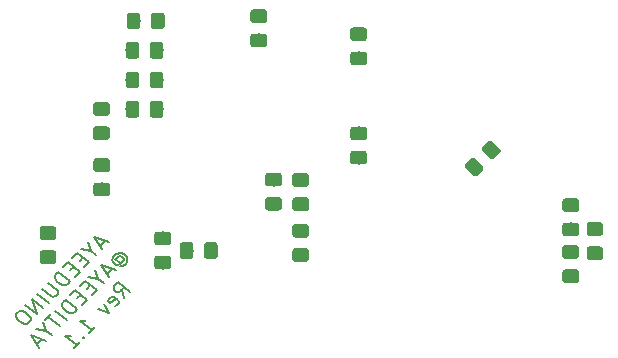
<source format=gbr>
%TF.GenerationSoftware,KiCad,Pcbnew,(5.1.2-1)-1*%
%TF.CreationDate,2020-01-20T17:34:23-08:00*%
%TF.ProjectId,Uno rev1.1,556e6f20-7265-4763-912e-312e6b696361,rev?*%
%TF.SameCoordinates,Original*%
%TF.FileFunction,Paste,Bot*%
%TF.FilePolarity,Positive*%
%FSLAX46Y46*%
G04 Gerber Fmt 4.6, Leading zero omitted, Abs format (unit mm)*
G04 Created by KiCad (PCBNEW (5.1.2-1)-1) date 2020-01-20 17:34:23*
%MOMM*%
%LPD*%
G04 APERTURE LIST*
%ADD10C,0.203200*%
%ADD11C,0.100000*%
%ADD12C,1.150000*%
G04 APERTURE END LIST*
D10*
X21506589Y-172153306D02*
X21078957Y-172580938D01*
X21880766Y-172292286D02*
X20571145Y-171805856D01*
X21282082Y-172890970D01*
X20330603Y-172987187D02*
X20811688Y-173361365D01*
X20100751Y-172276250D02*
X20330603Y-172987187D01*
X19502067Y-172874934D01*
X19683810Y-173548453D02*
X19384469Y-173847795D01*
X19785373Y-174387680D02*
X20213004Y-173960048D01*
X19202725Y-173174276D01*
X18775094Y-173601907D01*
X18871311Y-174360953D02*
X18571969Y-174660294D01*
X18972873Y-175200179D02*
X19400505Y-174772548D01*
X18390226Y-173986775D01*
X17962595Y-174414406D01*
X18588005Y-175585047D02*
X17577727Y-174799275D01*
X17363911Y-175013090D01*
X17283730Y-175178797D01*
X17294421Y-175339159D01*
X17347875Y-175456758D01*
X17497546Y-175649192D01*
X17641871Y-175761445D01*
X17877068Y-175868353D01*
X18016049Y-175900425D01*
X18197792Y-175889734D01*
X18374190Y-175798863D01*
X18588005Y-175585047D01*
X16679701Y-175697300D02*
X17497546Y-176333402D01*
X17551000Y-176451000D01*
X17556345Y-176531181D01*
X17518927Y-176654125D01*
X17347875Y-176825178D01*
X17214240Y-176873286D01*
X17123368Y-176878632D01*
X16984388Y-176846559D01*
X16166543Y-176210458D01*
X16749191Y-177423861D02*
X15738912Y-176638089D01*
X16321560Y-177851493D02*
X15311281Y-177065720D01*
X15808402Y-178364650D01*
X14798123Y-177578878D01*
X14199440Y-178177561D02*
X14028387Y-178348614D01*
X13990969Y-178471558D01*
X14001660Y-178631920D01*
X14151331Y-178824354D01*
X14488091Y-179086278D01*
X14723288Y-179193186D01*
X14905031Y-179182495D01*
X15038666Y-179134386D01*
X15209719Y-178963334D01*
X15247136Y-178840390D01*
X15236445Y-178680028D01*
X15086775Y-178487594D01*
X14750015Y-178225670D01*
X14514818Y-178118762D01*
X14333074Y-178129453D01*
X14199440Y-178177561D01*
X22484154Y-173815082D02*
X22478809Y-173734901D01*
X22516226Y-173611957D01*
X22601753Y-173526431D01*
X22735387Y-173478322D01*
X22826259Y-173472977D01*
X22965239Y-173505049D01*
X23061456Y-173579885D01*
X23114910Y-173697483D01*
X23120256Y-173777664D01*
X23082838Y-173900608D01*
X22997312Y-173986134D01*
X22863677Y-174034243D01*
X22772805Y-174039588D01*
X22387937Y-173740246D02*
X22772805Y-174039588D01*
X22778151Y-174119769D01*
X22735387Y-174162532D01*
X22601753Y-174210641D01*
X22462773Y-174178568D01*
X22222230Y-173991480D01*
X22163431Y-173793700D01*
X22195503Y-173590575D01*
X22318447Y-173382105D01*
X22537608Y-173248470D01*
X22762114Y-173195016D01*
X22991966Y-173221743D01*
X23227163Y-173328651D01*
X23376834Y-173521085D01*
X23435634Y-173718865D01*
X23403561Y-173921990D01*
X23280617Y-174130460D01*
X23061456Y-174264095D01*
X22836950Y-174317549D01*
X22120668Y-174520673D02*
X21693036Y-174948305D01*
X22494845Y-174659654D02*
X21185224Y-174173223D01*
X21896161Y-175258337D01*
X20944682Y-175354554D02*
X21425767Y-175728732D01*
X20714830Y-174643617D02*
X20944682Y-175354554D01*
X20116146Y-175242301D01*
X20297889Y-175915820D02*
X19998547Y-176215162D01*
X20399452Y-176755047D02*
X20827083Y-176327415D01*
X19816804Y-175541643D01*
X19389173Y-175969274D01*
X19485390Y-176728320D02*
X19186048Y-177027662D01*
X19586952Y-177567546D02*
X20014584Y-177139915D01*
X19004305Y-176354142D01*
X18576674Y-176781774D01*
X19202084Y-177952414D02*
X18191805Y-177166642D01*
X17977990Y-177380457D01*
X17897809Y-177546164D01*
X17908500Y-177706526D01*
X17961954Y-177824125D01*
X18111625Y-178016559D01*
X18255950Y-178128812D01*
X18491147Y-178235720D01*
X18630127Y-178267792D01*
X18811871Y-178257101D01*
X18988269Y-178166230D01*
X19202084Y-177952414D01*
X18304059Y-178850440D02*
X17293780Y-178064667D01*
X16994438Y-178364009D02*
X16481280Y-178877167D01*
X17748138Y-179406360D02*
X16737859Y-178620588D01*
X16540080Y-179759156D02*
X17021165Y-180133333D01*
X16310228Y-179048219D02*
X16540080Y-179759156D01*
X15711544Y-179646903D01*
X16176593Y-180464748D02*
X15748962Y-180892379D01*
X16550771Y-180603728D02*
X15241150Y-180117297D01*
X15952087Y-181202412D01*
X23151687Y-176984257D02*
X22969944Y-176310738D01*
X23664844Y-176471100D02*
X22654566Y-175685328D01*
X22312461Y-176027433D01*
X22275043Y-176150377D01*
X22280388Y-176230557D01*
X22333842Y-176348156D01*
X22478168Y-176460409D01*
X22617148Y-176492481D01*
X22708020Y-176487136D01*
X22841654Y-176439028D01*
X23183759Y-176096923D01*
X22376605Y-177673813D02*
X22510240Y-177625704D01*
X22681293Y-177454652D01*
X22718710Y-177331708D01*
X22665256Y-177214109D01*
X22280388Y-176914767D01*
X22141408Y-176882695D01*
X22007773Y-176930804D01*
X21836721Y-177101856D01*
X21799303Y-177224800D01*
X21852757Y-177342399D01*
X21948974Y-177417234D01*
X22472822Y-177064438D01*
X21409090Y-177529487D02*
X21868793Y-178267151D01*
X20981458Y-177957119D01*
X20158268Y-179977676D02*
X20671426Y-179464519D01*
X20414847Y-179721097D02*
X19404568Y-178935325D01*
X19634420Y-178962052D01*
X19816163Y-178951361D01*
X19949798Y-178903253D01*
X19677183Y-180287709D02*
X19682528Y-180367890D01*
X19773400Y-180362544D01*
X19768055Y-180282363D01*
X19677183Y-180287709D01*
X19773400Y-180362544D01*
X18875374Y-181260570D02*
X19388532Y-180747412D01*
X19131953Y-181003991D02*
X18121674Y-180218219D01*
X18351526Y-180244946D01*
X18533270Y-180234255D01*
X18666904Y-180186146D01*
D11*
%TO.C,R6*%
G36*
X21724505Y-165176204D02*
G01*
X21748773Y-165179804D01*
X21772572Y-165185765D01*
X21795671Y-165194030D01*
X21817850Y-165204520D01*
X21838893Y-165217132D01*
X21858599Y-165231747D01*
X21876777Y-165248223D01*
X21893253Y-165266401D01*
X21907868Y-165286107D01*
X21920480Y-165307150D01*
X21930970Y-165329329D01*
X21939235Y-165352428D01*
X21945196Y-165376227D01*
X21948796Y-165400495D01*
X21950000Y-165424999D01*
X21950000Y-166075001D01*
X21948796Y-166099505D01*
X21945196Y-166123773D01*
X21939235Y-166147572D01*
X21930970Y-166170671D01*
X21920480Y-166192850D01*
X21907868Y-166213893D01*
X21893253Y-166233599D01*
X21876777Y-166251777D01*
X21858599Y-166268253D01*
X21838893Y-166282868D01*
X21817850Y-166295480D01*
X21795671Y-166305970D01*
X21772572Y-166314235D01*
X21748773Y-166320196D01*
X21724505Y-166323796D01*
X21700001Y-166325000D01*
X20799999Y-166325000D01*
X20775495Y-166323796D01*
X20751227Y-166320196D01*
X20727428Y-166314235D01*
X20704329Y-166305970D01*
X20682150Y-166295480D01*
X20661107Y-166282868D01*
X20641401Y-166268253D01*
X20623223Y-166251777D01*
X20606747Y-166233599D01*
X20592132Y-166213893D01*
X20579520Y-166192850D01*
X20569030Y-166170671D01*
X20560765Y-166147572D01*
X20554804Y-166123773D01*
X20551204Y-166099505D01*
X20550000Y-166075001D01*
X20550000Y-165424999D01*
X20551204Y-165400495D01*
X20554804Y-165376227D01*
X20560765Y-165352428D01*
X20569030Y-165329329D01*
X20579520Y-165307150D01*
X20592132Y-165286107D01*
X20606747Y-165266401D01*
X20623223Y-165248223D01*
X20641401Y-165231747D01*
X20661107Y-165217132D01*
X20682150Y-165204520D01*
X20704329Y-165194030D01*
X20727428Y-165185765D01*
X20751227Y-165179804D01*
X20775495Y-165176204D01*
X20799999Y-165175000D01*
X21700001Y-165175000D01*
X21724505Y-165176204D01*
X21724505Y-165176204D01*
G37*
D12*
X21250000Y-165750000D03*
D11*
G36*
X21724505Y-167226204D02*
G01*
X21748773Y-167229804D01*
X21772572Y-167235765D01*
X21795671Y-167244030D01*
X21817850Y-167254520D01*
X21838893Y-167267132D01*
X21858599Y-167281747D01*
X21876777Y-167298223D01*
X21893253Y-167316401D01*
X21907868Y-167336107D01*
X21920480Y-167357150D01*
X21930970Y-167379329D01*
X21939235Y-167402428D01*
X21945196Y-167426227D01*
X21948796Y-167450495D01*
X21950000Y-167474999D01*
X21950000Y-168125001D01*
X21948796Y-168149505D01*
X21945196Y-168173773D01*
X21939235Y-168197572D01*
X21930970Y-168220671D01*
X21920480Y-168242850D01*
X21907868Y-168263893D01*
X21893253Y-168283599D01*
X21876777Y-168301777D01*
X21858599Y-168318253D01*
X21838893Y-168332868D01*
X21817850Y-168345480D01*
X21795671Y-168355970D01*
X21772572Y-168364235D01*
X21748773Y-168370196D01*
X21724505Y-168373796D01*
X21700001Y-168375000D01*
X20799999Y-168375000D01*
X20775495Y-168373796D01*
X20751227Y-168370196D01*
X20727428Y-168364235D01*
X20704329Y-168355970D01*
X20682150Y-168345480D01*
X20661107Y-168332868D01*
X20641401Y-168318253D01*
X20623223Y-168301777D01*
X20606747Y-168283599D01*
X20592132Y-168263893D01*
X20579520Y-168242850D01*
X20569030Y-168220671D01*
X20560765Y-168197572D01*
X20554804Y-168173773D01*
X20551204Y-168149505D01*
X20550000Y-168125001D01*
X20550000Y-167474999D01*
X20551204Y-167450495D01*
X20554804Y-167426227D01*
X20560765Y-167402428D01*
X20569030Y-167379329D01*
X20579520Y-167357150D01*
X20592132Y-167336107D01*
X20606747Y-167316401D01*
X20623223Y-167298223D01*
X20641401Y-167281747D01*
X20661107Y-167267132D01*
X20682150Y-167254520D01*
X20704329Y-167244030D01*
X20727428Y-167235765D01*
X20751227Y-167229804D01*
X20775495Y-167226204D01*
X20799999Y-167225000D01*
X21700001Y-167225000D01*
X21724505Y-167226204D01*
X21724505Y-167226204D01*
G37*
D12*
X21250000Y-167800000D03*
%TD*%
D11*
%TO.C,R5*%
G36*
X21699505Y-162476204D02*
G01*
X21723773Y-162479804D01*
X21747572Y-162485765D01*
X21770671Y-162494030D01*
X21792850Y-162504520D01*
X21813893Y-162517132D01*
X21833599Y-162531747D01*
X21851777Y-162548223D01*
X21868253Y-162566401D01*
X21882868Y-162586107D01*
X21895480Y-162607150D01*
X21905970Y-162629329D01*
X21914235Y-162652428D01*
X21920196Y-162676227D01*
X21923796Y-162700495D01*
X21925000Y-162724999D01*
X21925000Y-163375001D01*
X21923796Y-163399505D01*
X21920196Y-163423773D01*
X21914235Y-163447572D01*
X21905970Y-163470671D01*
X21895480Y-163492850D01*
X21882868Y-163513893D01*
X21868253Y-163533599D01*
X21851777Y-163551777D01*
X21833599Y-163568253D01*
X21813893Y-163582868D01*
X21792850Y-163595480D01*
X21770671Y-163605970D01*
X21747572Y-163614235D01*
X21723773Y-163620196D01*
X21699505Y-163623796D01*
X21675001Y-163625000D01*
X20774999Y-163625000D01*
X20750495Y-163623796D01*
X20726227Y-163620196D01*
X20702428Y-163614235D01*
X20679329Y-163605970D01*
X20657150Y-163595480D01*
X20636107Y-163582868D01*
X20616401Y-163568253D01*
X20598223Y-163551777D01*
X20581747Y-163533599D01*
X20567132Y-163513893D01*
X20554520Y-163492850D01*
X20544030Y-163470671D01*
X20535765Y-163447572D01*
X20529804Y-163423773D01*
X20526204Y-163399505D01*
X20525000Y-163375001D01*
X20525000Y-162724999D01*
X20526204Y-162700495D01*
X20529804Y-162676227D01*
X20535765Y-162652428D01*
X20544030Y-162629329D01*
X20554520Y-162607150D01*
X20567132Y-162586107D01*
X20581747Y-162566401D01*
X20598223Y-162548223D01*
X20616401Y-162531747D01*
X20636107Y-162517132D01*
X20657150Y-162504520D01*
X20679329Y-162494030D01*
X20702428Y-162485765D01*
X20726227Y-162479804D01*
X20750495Y-162476204D01*
X20774999Y-162475000D01*
X21675001Y-162475000D01*
X21699505Y-162476204D01*
X21699505Y-162476204D01*
G37*
D12*
X21225000Y-163050000D03*
D11*
G36*
X21699505Y-160426204D02*
G01*
X21723773Y-160429804D01*
X21747572Y-160435765D01*
X21770671Y-160444030D01*
X21792850Y-160454520D01*
X21813893Y-160467132D01*
X21833599Y-160481747D01*
X21851777Y-160498223D01*
X21868253Y-160516401D01*
X21882868Y-160536107D01*
X21895480Y-160557150D01*
X21905970Y-160579329D01*
X21914235Y-160602428D01*
X21920196Y-160626227D01*
X21923796Y-160650495D01*
X21925000Y-160674999D01*
X21925000Y-161325001D01*
X21923796Y-161349505D01*
X21920196Y-161373773D01*
X21914235Y-161397572D01*
X21905970Y-161420671D01*
X21895480Y-161442850D01*
X21882868Y-161463893D01*
X21868253Y-161483599D01*
X21851777Y-161501777D01*
X21833599Y-161518253D01*
X21813893Y-161532868D01*
X21792850Y-161545480D01*
X21770671Y-161555970D01*
X21747572Y-161564235D01*
X21723773Y-161570196D01*
X21699505Y-161573796D01*
X21675001Y-161575000D01*
X20774999Y-161575000D01*
X20750495Y-161573796D01*
X20726227Y-161570196D01*
X20702428Y-161564235D01*
X20679329Y-161555970D01*
X20657150Y-161545480D01*
X20636107Y-161532868D01*
X20616401Y-161518253D01*
X20598223Y-161501777D01*
X20581747Y-161483599D01*
X20567132Y-161463893D01*
X20554520Y-161442850D01*
X20544030Y-161420671D01*
X20535765Y-161397572D01*
X20529804Y-161373773D01*
X20526204Y-161349505D01*
X20525000Y-161325001D01*
X20525000Y-160674999D01*
X20526204Y-160650495D01*
X20529804Y-160626227D01*
X20535765Y-160602428D01*
X20544030Y-160579329D01*
X20554520Y-160557150D01*
X20567132Y-160536107D01*
X20581747Y-160516401D01*
X20598223Y-160498223D01*
X20616401Y-160481747D01*
X20636107Y-160467132D01*
X20657150Y-160454520D01*
X20679329Y-160444030D01*
X20702428Y-160435765D01*
X20726227Y-160429804D01*
X20750495Y-160426204D01*
X20774999Y-160425000D01*
X21675001Y-160425000D01*
X21699505Y-160426204D01*
X21699505Y-160426204D01*
G37*
D12*
X21225000Y-161000000D03*
%TD*%
D11*
%TO.C,C14*%
G36*
X17174505Y-170926204D02*
G01*
X17198773Y-170929804D01*
X17222572Y-170935765D01*
X17245671Y-170944030D01*
X17267850Y-170954520D01*
X17288893Y-170967132D01*
X17308599Y-170981747D01*
X17326777Y-170998223D01*
X17343253Y-171016401D01*
X17357868Y-171036107D01*
X17370480Y-171057150D01*
X17380970Y-171079329D01*
X17389235Y-171102428D01*
X17395196Y-171126227D01*
X17398796Y-171150495D01*
X17400000Y-171174999D01*
X17400000Y-171825001D01*
X17398796Y-171849505D01*
X17395196Y-171873773D01*
X17389235Y-171897572D01*
X17380970Y-171920671D01*
X17370480Y-171942850D01*
X17357868Y-171963893D01*
X17343253Y-171983599D01*
X17326777Y-172001777D01*
X17308599Y-172018253D01*
X17288893Y-172032868D01*
X17267850Y-172045480D01*
X17245671Y-172055970D01*
X17222572Y-172064235D01*
X17198773Y-172070196D01*
X17174505Y-172073796D01*
X17150001Y-172075000D01*
X16249999Y-172075000D01*
X16225495Y-172073796D01*
X16201227Y-172070196D01*
X16177428Y-172064235D01*
X16154329Y-172055970D01*
X16132150Y-172045480D01*
X16111107Y-172032868D01*
X16091401Y-172018253D01*
X16073223Y-172001777D01*
X16056747Y-171983599D01*
X16042132Y-171963893D01*
X16029520Y-171942850D01*
X16019030Y-171920671D01*
X16010765Y-171897572D01*
X16004804Y-171873773D01*
X16001204Y-171849505D01*
X16000000Y-171825001D01*
X16000000Y-171174999D01*
X16001204Y-171150495D01*
X16004804Y-171126227D01*
X16010765Y-171102428D01*
X16019030Y-171079329D01*
X16029520Y-171057150D01*
X16042132Y-171036107D01*
X16056747Y-171016401D01*
X16073223Y-170998223D01*
X16091401Y-170981747D01*
X16111107Y-170967132D01*
X16132150Y-170954520D01*
X16154329Y-170944030D01*
X16177428Y-170935765D01*
X16201227Y-170929804D01*
X16225495Y-170926204D01*
X16249999Y-170925000D01*
X17150001Y-170925000D01*
X17174505Y-170926204D01*
X17174505Y-170926204D01*
G37*
D12*
X16700000Y-171500000D03*
D11*
G36*
X17174505Y-172976204D02*
G01*
X17198773Y-172979804D01*
X17222572Y-172985765D01*
X17245671Y-172994030D01*
X17267850Y-173004520D01*
X17288893Y-173017132D01*
X17308599Y-173031747D01*
X17326777Y-173048223D01*
X17343253Y-173066401D01*
X17357868Y-173086107D01*
X17370480Y-173107150D01*
X17380970Y-173129329D01*
X17389235Y-173152428D01*
X17395196Y-173176227D01*
X17398796Y-173200495D01*
X17400000Y-173224999D01*
X17400000Y-173875001D01*
X17398796Y-173899505D01*
X17395196Y-173923773D01*
X17389235Y-173947572D01*
X17380970Y-173970671D01*
X17370480Y-173992850D01*
X17357868Y-174013893D01*
X17343253Y-174033599D01*
X17326777Y-174051777D01*
X17308599Y-174068253D01*
X17288893Y-174082868D01*
X17267850Y-174095480D01*
X17245671Y-174105970D01*
X17222572Y-174114235D01*
X17198773Y-174120196D01*
X17174505Y-174123796D01*
X17150001Y-174125000D01*
X16249999Y-174125000D01*
X16225495Y-174123796D01*
X16201227Y-174120196D01*
X16177428Y-174114235D01*
X16154329Y-174105970D01*
X16132150Y-174095480D01*
X16111107Y-174082868D01*
X16091401Y-174068253D01*
X16073223Y-174051777D01*
X16056747Y-174033599D01*
X16042132Y-174013893D01*
X16029520Y-173992850D01*
X16019030Y-173970671D01*
X16010765Y-173947572D01*
X16004804Y-173923773D01*
X16001204Y-173899505D01*
X16000000Y-173875001D01*
X16000000Y-173224999D01*
X16001204Y-173200495D01*
X16004804Y-173176227D01*
X16010765Y-173152428D01*
X16019030Y-173129329D01*
X16029520Y-173107150D01*
X16042132Y-173086107D01*
X16056747Y-173066401D01*
X16073223Y-173048223D01*
X16091401Y-173031747D01*
X16111107Y-173017132D01*
X16132150Y-173004520D01*
X16154329Y-172994030D01*
X16177428Y-172985765D01*
X16201227Y-172979804D01*
X16225495Y-172976204D01*
X16249999Y-172975000D01*
X17150001Y-172975000D01*
X17174505Y-172976204D01*
X17174505Y-172976204D01*
G37*
D12*
X16700000Y-173550000D03*
%TD*%
D11*
%TO.C,C3*%
G36*
X36274505Y-166401204D02*
G01*
X36298773Y-166404804D01*
X36322572Y-166410765D01*
X36345671Y-166419030D01*
X36367850Y-166429520D01*
X36388893Y-166442132D01*
X36408599Y-166456747D01*
X36426777Y-166473223D01*
X36443253Y-166491401D01*
X36457868Y-166511107D01*
X36470480Y-166532150D01*
X36480970Y-166554329D01*
X36489235Y-166577428D01*
X36495196Y-166601227D01*
X36498796Y-166625495D01*
X36500000Y-166649999D01*
X36500000Y-167300001D01*
X36498796Y-167324505D01*
X36495196Y-167348773D01*
X36489235Y-167372572D01*
X36480970Y-167395671D01*
X36470480Y-167417850D01*
X36457868Y-167438893D01*
X36443253Y-167458599D01*
X36426777Y-167476777D01*
X36408599Y-167493253D01*
X36388893Y-167507868D01*
X36367850Y-167520480D01*
X36345671Y-167530970D01*
X36322572Y-167539235D01*
X36298773Y-167545196D01*
X36274505Y-167548796D01*
X36250001Y-167550000D01*
X35349999Y-167550000D01*
X35325495Y-167548796D01*
X35301227Y-167545196D01*
X35277428Y-167539235D01*
X35254329Y-167530970D01*
X35232150Y-167520480D01*
X35211107Y-167507868D01*
X35191401Y-167493253D01*
X35173223Y-167476777D01*
X35156747Y-167458599D01*
X35142132Y-167438893D01*
X35129520Y-167417850D01*
X35119030Y-167395671D01*
X35110765Y-167372572D01*
X35104804Y-167348773D01*
X35101204Y-167324505D01*
X35100000Y-167300001D01*
X35100000Y-166649999D01*
X35101204Y-166625495D01*
X35104804Y-166601227D01*
X35110765Y-166577428D01*
X35119030Y-166554329D01*
X35129520Y-166532150D01*
X35142132Y-166511107D01*
X35156747Y-166491401D01*
X35173223Y-166473223D01*
X35191401Y-166456747D01*
X35211107Y-166442132D01*
X35232150Y-166429520D01*
X35254329Y-166419030D01*
X35277428Y-166410765D01*
X35301227Y-166404804D01*
X35325495Y-166401204D01*
X35349999Y-166400000D01*
X36250001Y-166400000D01*
X36274505Y-166401204D01*
X36274505Y-166401204D01*
G37*
D12*
X35800000Y-166975000D03*
D11*
G36*
X36274505Y-168451204D02*
G01*
X36298773Y-168454804D01*
X36322572Y-168460765D01*
X36345671Y-168469030D01*
X36367850Y-168479520D01*
X36388893Y-168492132D01*
X36408599Y-168506747D01*
X36426777Y-168523223D01*
X36443253Y-168541401D01*
X36457868Y-168561107D01*
X36470480Y-168582150D01*
X36480970Y-168604329D01*
X36489235Y-168627428D01*
X36495196Y-168651227D01*
X36498796Y-168675495D01*
X36500000Y-168699999D01*
X36500000Y-169350001D01*
X36498796Y-169374505D01*
X36495196Y-169398773D01*
X36489235Y-169422572D01*
X36480970Y-169445671D01*
X36470480Y-169467850D01*
X36457868Y-169488893D01*
X36443253Y-169508599D01*
X36426777Y-169526777D01*
X36408599Y-169543253D01*
X36388893Y-169557868D01*
X36367850Y-169570480D01*
X36345671Y-169580970D01*
X36322572Y-169589235D01*
X36298773Y-169595196D01*
X36274505Y-169598796D01*
X36250001Y-169600000D01*
X35349999Y-169600000D01*
X35325495Y-169598796D01*
X35301227Y-169595196D01*
X35277428Y-169589235D01*
X35254329Y-169580970D01*
X35232150Y-169570480D01*
X35211107Y-169557868D01*
X35191401Y-169543253D01*
X35173223Y-169526777D01*
X35156747Y-169508599D01*
X35142132Y-169488893D01*
X35129520Y-169467850D01*
X35119030Y-169445671D01*
X35110765Y-169422572D01*
X35104804Y-169398773D01*
X35101204Y-169374505D01*
X35100000Y-169350001D01*
X35100000Y-168699999D01*
X35101204Y-168675495D01*
X35104804Y-168651227D01*
X35110765Y-168627428D01*
X35119030Y-168604329D01*
X35129520Y-168582150D01*
X35142132Y-168561107D01*
X35156747Y-168541401D01*
X35173223Y-168523223D01*
X35191401Y-168506747D01*
X35211107Y-168492132D01*
X35232150Y-168479520D01*
X35254329Y-168469030D01*
X35277428Y-168460765D01*
X35301227Y-168454804D01*
X35325495Y-168451204D01*
X35349999Y-168450000D01*
X36250001Y-168450000D01*
X36274505Y-168451204D01*
X36274505Y-168451204D01*
G37*
D12*
X35800000Y-169025000D03*
%TD*%
D11*
%TO.C,R2*%
G36*
X26257505Y-160337204D02*
G01*
X26281773Y-160340804D01*
X26305572Y-160346765D01*
X26328671Y-160355030D01*
X26350850Y-160365520D01*
X26371893Y-160378132D01*
X26391599Y-160392747D01*
X26409777Y-160409223D01*
X26426253Y-160427401D01*
X26440868Y-160447107D01*
X26453480Y-160468150D01*
X26463970Y-160490329D01*
X26472235Y-160513428D01*
X26478196Y-160537227D01*
X26481796Y-160561495D01*
X26483000Y-160585999D01*
X26483000Y-161486001D01*
X26481796Y-161510505D01*
X26478196Y-161534773D01*
X26472235Y-161558572D01*
X26463970Y-161581671D01*
X26453480Y-161603850D01*
X26440868Y-161624893D01*
X26426253Y-161644599D01*
X26409777Y-161662777D01*
X26391599Y-161679253D01*
X26371893Y-161693868D01*
X26350850Y-161706480D01*
X26328671Y-161716970D01*
X26305572Y-161725235D01*
X26281773Y-161731196D01*
X26257505Y-161734796D01*
X26233001Y-161736000D01*
X25582999Y-161736000D01*
X25558495Y-161734796D01*
X25534227Y-161731196D01*
X25510428Y-161725235D01*
X25487329Y-161716970D01*
X25465150Y-161706480D01*
X25444107Y-161693868D01*
X25424401Y-161679253D01*
X25406223Y-161662777D01*
X25389747Y-161644599D01*
X25375132Y-161624893D01*
X25362520Y-161603850D01*
X25352030Y-161581671D01*
X25343765Y-161558572D01*
X25337804Y-161534773D01*
X25334204Y-161510505D01*
X25333000Y-161486001D01*
X25333000Y-160585999D01*
X25334204Y-160561495D01*
X25337804Y-160537227D01*
X25343765Y-160513428D01*
X25352030Y-160490329D01*
X25362520Y-160468150D01*
X25375132Y-160447107D01*
X25389747Y-160427401D01*
X25406223Y-160409223D01*
X25424401Y-160392747D01*
X25444107Y-160378132D01*
X25465150Y-160365520D01*
X25487329Y-160355030D01*
X25510428Y-160346765D01*
X25534227Y-160340804D01*
X25558495Y-160337204D01*
X25582999Y-160336000D01*
X26233001Y-160336000D01*
X26257505Y-160337204D01*
X26257505Y-160337204D01*
G37*
D12*
X25908000Y-161036000D03*
D11*
G36*
X24207505Y-160337204D02*
G01*
X24231773Y-160340804D01*
X24255572Y-160346765D01*
X24278671Y-160355030D01*
X24300850Y-160365520D01*
X24321893Y-160378132D01*
X24341599Y-160392747D01*
X24359777Y-160409223D01*
X24376253Y-160427401D01*
X24390868Y-160447107D01*
X24403480Y-160468150D01*
X24413970Y-160490329D01*
X24422235Y-160513428D01*
X24428196Y-160537227D01*
X24431796Y-160561495D01*
X24433000Y-160585999D01*
X24433000Y-161486001D01*
X24431796Y-161510505D01*
X24428196Y-161534773D01*
X24422235Y-161558572D01*
X24413970Y-161581671D01*
X24403480Y-161603850D01*
X24390868Y-161624893D01*
X24376253Y-161644599D01*
X24359777Y-161662777D01*
X24341599Y-161679253D01*
X24321893Y-161693868D01*
X24300850Y-161706480D01*
X24278671Y-161716970D01*
X24255572Y-161725235D01*
X24231773Y-161731196D01*
X24207505Y-161734796D01*
X24183001Y-161736000D01*
X23532999Y-161736000D01*
X23508495Y-161734796D01*
X23484227Y-161731196D01*
X23460428Y-161725235D01*
X23437329Y-161716970D01*
X23415150Y-161706480D01*
X23394107Y-161693868D01*
X23374401Y-161679253D01*
X23356223Y-161662777D01*
X23339747Y-161644599D01*
X23325132Y-161624893D01*
X23312520Y-161603850D01*
X23302030Y-161581671D01*
X23293765Y-161558572D01*
X23287804Y-161534773D01*
X23284204Y-161510505D01*
X23283000Y-161486001D01*
X23283000Y-160585999D01*
X23284204Y-160561495D01*
X23287804Y-160537227D01*
X23293765Y-160513428D01*
X23302030Y-160490329D01*
X23312520Y-160468150D01*
X23325132Y-160447107D01*
X23339747Y-160427401D01*
X23356223Y-160409223D01*
X23374401Y-160392747D01*
X23394107Y-160378132D01*
X23415150Y-160365520D01*
X23437329Y-160355030D01*
X23460428Y-160346765D01*
X23484227Y-160340804D01*
X23508495Y-160337204D01*
X23532999Y-160336000D01*
X24183001Y-160336000D01*
X24207505Y-160337204D01*
X24207505Y-160337204D01*
G37*
D12*
X23858000Y-161036000D03*
%TD*%
D11*
%TO.C,R3*%
G36*
X26257505Y-157841204D02*
G01*
X26281773Y-157844804D01*
X26305572Y-157850765D01*
X26328671Y-157859030D01*
X26350850Y-157869520D01*
X26371893Y-157882132D01*
X26391599Y-157896747D01*
X26409777Y-157913223D01*
X26426253Y-157931401D01*
X26440868Y-157951107D01*
X26453480Y-157972150D01*
X26463970Y-157994329D01*
X26472235Y-158017428D01*
X26478196Y-158041227D01*
X26481796Y-158065495D01*
X26483000Y-158089999D01*
X26483000Y-158990001D01*
X26481796Y-159014505D01*
X26478196Y-159038773D01*
X26472235Y-159062572D01*
X26463970Y-159085671D01*
X26453480Y-159107850D01*
X26440868Y-159128893D01*
X26426253Y-159148599D01*
X26409777Y-159166777D01*
X26391599Y-159183253D01*
X26371893Y-159197868D01*
X26350850Y-159210480D01*
X26328671Y-159220970D01*
X26305572Y-159229235D01*
X26281773Y-159235196D01*
X26257505Y-159238796D01*
X26233001Y-159240000D01*
X25582999Y-159240000D01*
X25558495Y-159238796D01*
X25534227Y-159235196D01*
X25510428Y-159229235D01*
X25487329Y-159220970D01*
X25465150Y-159210480D01*
X25444107Y-159197868D01*
X25424401Y-159183253D01*
X25406223Y-159166777D01*
X25389747Y-159148599D01*
X25375132Y-159128893D01*
X25362520Y-159107850D01*
X25352030Y-159085671D01*
X25343765Y-159062572D01*
X25337804Y-159038773D01*
X25334204Y-159014505D01*
X25333000Y-158990001D01*
X25333000Y-158089999D01*
X25334204Y-158065495D01*
X25337804Y-158041227D01*
X25343765Y-158017428D01*
X25352030Y-157994329D01*
X25362520Y-157972150D01*
X25375132Y-157951107D01*
X25389747Y-157931401D01*
X25406223Y-157913223D01*
X25424401Y-157896747D01*
X25444107Y-157882132D01*
X25465150Y-157869520D01*
X25487329Y-157859030D01*
X25510428Y-157850765D01*
X25534227Y-157844804D01*
X25558495Y-157841204D01*
X25582999Y-157840000D01*
X26233001Y-157840000D01*
X26257505Y-157841204D01*
X26257505Y-157841204D01*
G37*
D12*
X25908000Y-158540000D03*
D11*
G36*
X24207505Y-157841204D02*
G01*
X24231773Y-157844804D01*
X24255572Y-157850765D01*
X24278671Y-157859030D01*
X24300850Y-157869520D01*
X24321893Y-157882132D01*
X24341599Y-157896747D01*
X24359777Y-157913223D01*
X24376253Y-157931401D01*
X24390868Y-157951107D01*
X24403480Y-157972150D01*
X24413970Y-157994329D01*
X24422235Y-158017428D01*
X24428196Y-158041227D01*
X24431796Y-158065495D01*
X24433000Y-158089999D01*
X24433000Y-158990001D01*
X24431796Y-159014505D01*
X24428196Y-159038773D01*
X24422235Y-159062572D01*
X24413970Y-159085671D01*
X24403480Y-159107850D01*
X24390868Y-159128893D01*
X24376253Y-159148599D01*
X24359777Y-159166777D01*
X24341599Y-159183253D01*
X24321893Y-159197868D01*
X24300850Y-159210480D01*
X24278671Y-159220970D01*
X24255572Y-159229235D01*
X24231773Y-159235196D01*
X24207505Y-159238796D01*
X24183001Y-159240000D01*
X23532999Y-159240000D01*
X23508495Y-159238796D01*
X23484227Y-159235196D01*
X23460428Y-159229235D01*
X23437329Y-159220970D01*
X23415150Y-159210480D01*
X23394107Y-159197868D01*
X23374401Y-159183253D01*
X23356223Y-159166777D01*
X23339747Y-159148599D01*
X23325132Y-159128893D01*
X23312520Y-159107850D01*
X23302030Y-159085671D01*
X23293765Y-159062572D01*
X23287804Y-159038773D01*
X23284204Y-159014505D01*
X23283000Y-158990001D01*
X23283000Y-158089999D01*
X23284204Y-158065495D01*
X23287804Y-158041227D01*
X23293765Y-158017428D01*
X23302030Y-157994329D01*
X23312520Y-157972150D01*
X23325132Y-157951107D01*
X23339747Y-157931401D01*
X23356223Y-157913223D01*
X23374401Y-157896747D01*
X23394107Y-157882132D01*
X23415150Y-157869520D01*
X23437329Y-157859030D01*
X23460428Y-157850765D01*
X23484227Y-157844804D01*
X23508495Y-157841204D01*
X23532999Y-157840000D01*
X24183001Y-157840000D01*
X24207505Y-157841204D01*
X24207505Y-157841204D01*
G37*
D12*
X23858000Y-158540000D03*
%TD*%
D11*
%TO.C,R4*%
G36*
X63474505Y-172641204D02*
G01*
X63498773Y-172644804D01*
X63522572Y-172650765D01*
X63545671Y-172659030D01*
X63567850Y-172669520D01*
X63588893Y-172682132D01*
X63608599Y-172696747D01*
X63626777Y-172713223D01*
X63643253Y-172731401D01*
X63657868Y-172751107D01*
X63670480Y-172772150D01*
X63680970Y-172794329D01*
X63689235Y-172817428D01*
X63695196Y-172841227D01*
X63698796Y-172865495D01*
X63700000Y-172889999D01*
X63700000Y-173540001D01*
X63698796Y-173564505D01*
X63695196Y-173588773D01*
X63689235Y-173612572D01*
X63680970Y-173635671D01*
X63670480Y-173657850D01*
X63657868Y-173678893D01*
X63643253Y-173698599D01*
X63626777Y-173716777D01*
X63608599Y-173733253D01*
X63588893Y-173747868D01*
X63567850Y-173760480D01*
X63545671Y-173770970D01*
X63522572Y-173779235D01*
X63498773Y-173785196D01*
X63474505Y-173788796D01*
X63450001Y-173790000D01*
X62549999Y-173790000D01*
X62525495Y-173788796D01*
X62501227Y-173785196D01*
X62477428Y-173779235D01*
X62454329Y-173770970D01*
X62432150Y-173760480D01*
X62411107Y-173747868D01*
X62391401Y-173733253D01*
X62373223Y-173716777D01*
X62356747Y-173698599D01*
X62342132Y-173678893D01*
X62329520Y-173657850D01*
X62319030Y-173635671D01*
X62310765Y-173612572D01*
X62304804Y-173588773D01*
X62301204Y-173564505D01*
X62300000Y-173540001D01*
X62300000Y-172889999D01*
X62301204Y-172865495D01*
X62304804Y-172841227D01*
X62310765Y-172817428D01*
X62319030Y-172794329D01*
X62329520Y-172772150D01*
X62342132Y-172751107D01*
X62356747Y-172731401D01*
X62373223Y-172713223D01*
X62391401Y-172696747D01*
X62411107Y-172682132D01*
X62432150Y-172669520D01*
X62454329Y-172659030D01*
X62477428Y-172650765D01*
X62501227Y-172644804D01*
X62525495Y-172641204D01*
X62549999Y-172640000D01*
X63450001Y-172640000D01*
X63474505Y-172641204D01*
X63474505Y-172641204D01*
G37*
D12*
X63000000Y-173215000D03*
D11*
G36*
X63474505Y-170591204D02*
G01*
X63498773Y-170594804D01*
X63522572Y-170600765D01*
X63545671Y-170609030D01*
X63567850Y-170619520D01*
X63588893Y-170632132D01*
X63608599Y-170646747D01*
X63626777Y-170663223D01*
X63643253Y-170681401D01*
X63657868Y-170701107D01*
X63670480Y-170722150D01*
X63680970Y-170744329D01*
X63689235Y-170767428D01*
X63695196Y-170791227D01*
X63698796Y-170815495D01*
X63700000Y-170839999D01*
X63700000Y-171490001D01*
X63698796Y-171514505D01*
X63695196Y-171538773D01*
X63689235Y-171562572D01*
X63680970Y-171585671D01*
X63670480Y-171607850D01*
X63657868Y-171628893D01*
X63643253Y-171648599D01*
X63626777Y-171666777D01*
X63608599Y-171683253D01*
X63588893Y-171697868D01*
X63567850Y-171710480D01*
X63545671Y-171720970D01*
X63522572Y-171729235D01*
X63498773Y-171735196D01*
X63474505Y-171738796D01*
X63450001Y-171740000D01*
X62549999Y-171740000D01*
X62525495Y-171738796D01*
X62501227Y-171735196D01*
X62477428Y-171729235D01*
X62454329Y-171720970D01*
X62432150Y-171710480D01*
X62411107Y-171697868D01*
X62391401Y-171683253D01*
X62373223Y-171666777D01*
X62356747Y-171648599D01*
X62342132Y-171628893D01*
X62329520Y-171607850D01*
X62319030Y-171585671D01*
X62310765Y-171562572D01*
X62304804Y-171538773D01*
X62301204Y-171514505D01*
X62300000Y-171490001D01*
X62300000Y-170839999D01*
X62301204Y-170815495D01*
X62304804Y-170791227D01*
X62310765Y-170767428D01*
X62319030Y-170744329D01*
X62329520Y-170722150D01*
X62342132Y-170701107D01*
X62356747Y-170681401D01*
X62373223Y-170663223D01*
X62391401Y-170646747D01*
X62411107Y-170632132D01*
X62432150Y-170619520D01*
X62454329Y-170609030D01*
X62477428Y-170600765D01*
X62501227Y-170594804D01*
X62525495Y-170591204D01*
X62549999Y-170590000D01*
X63450001Y-170590000D01*
X63474505Y-170591204D01*
X63474505Y-170591204D01*
G37*
D12*
X63000000Y-171165000D03*
%TD*%
D11*
%TO.C,R8*%
G36*
X24207505Y-155341204D02*
G01*
X24231773Y-155344804D01*
X24255572Y-155350765D01*
X24278671Y-155359030D01*
X24300850Y-155369520D01*
X24321893Y-155382132D01*
X24341599Y-155396747D01*
X24359777Y-155413223D01*
X24376253Y-155431401D01*
X24390868Y-155451107D01*
X24403480Y-155472150D01*
X24413970Y-155494329D01*
X24422235Y-155517428D01*
X24428196Y-155541227D01*
X24431796Y-155565495D01*
X24433000Y-155589999D01*
X24433000Y-156490001D01*
X24431796Y-156514505D01*
X24428196Y-156538773D01*
X24422235Y-156562572D01*
X24413970Y-156585671D01*
X24403480Y-156607850D01*
X24390868Y-156628893D01*
X24376253Y-156648599D01*
X24359777Y-156666777D01*
X24341599Y-156683253D01*
X24321893Y-156697868D01*
X24300850Y-156710480D01*
X24278671Y-156720970D01*
X24255572Y-156729235D01*
X24231773Y-156735196D01*
X24207505Y-156738796D01*
X24183001Y-156740000D01*
X23532999Y-156740000D01*
X23508495Y-156738796D01*
X23484227Y-156735196D01*
X23460428Y-156729235D01*
X23437329Y-156720970D01*
X23415150Y-156710480D01*
X23394107Y-156697868D01*
X23374401Y-156683253D01*
X23356223Y-156666777D01*
X23339747Y-156648599D01*
X23325132Y-156628893D01*
X23312520Y-156607850D01*
X23302030Y-156585671D01*
X23293765Y-156562572D01*
X23287804Y-156538773D01*
X23284204Y-156514505D01*
X23283000Y-156490001D01*
X23283000Y-155589999D01*
X23284204Y-155565495D01*
X23287804Y-155541227D01*
X23293765Y-155517428D01*
X23302030Y-155494329D01*
X23312520Y-155472150D01*
X23325132Y-155451107D01*
X23339747Y-155431401D01*
X23356223Y-155413223D01*
X23374401Y-155396747D01*
X23394107Y-155382132D01*
X23415150Y-155369520D01*
X23437329Y-155359030D01*
X23460428Y-155350765D01*
X23484227Y-155344804D01*
X23508495Y-155341204D01*
X23532999Y-155340000D01*
X24183001Y-155340000D01*
X24207505Y-155341204D01*
X24207505Y-155341204D01*
G37*
D12*
X23858000Y-156040000D03*
D11*
G36*
X26257505Y-155341204D02*
G01*
X26281773Y-155344804D01*
X26305572Y-155350765D01*
X26328671Y-155359030D01*
X26350850Y-155369520D01*
X26371893Y-155382132D01*
X26391599Y-155396747D01*
X26409777Y-155413223D01*
X26426253Y-155431401D01*
X26440868Y-155451107D01*
X26453480Y-155472150D01*
X26463970Y-155494329D01*
X26472235Y-155517428D01*
X26478196Y-155541227D01*
X26481796Y-155565495D01*
X26483000Y-155589999D01*
X26483000Y-156490001D01*
X26481796Y-156514505D01*
X26478196Y-156538773D01*
X26472235Y-156562572D01*
X26463970Y-156585671D01*
X26453480Y-156607850D01*
X26440868Y-156628893D01*
X26426253Y-156648599D01*
X26409777Y-156666777D01*
X26391599Y-156683253D01*
X26371893Y-156697868D01*
X26350850Y-156710480D01*
X26328671Y-156720970D01*
X26305572Y-156729235D01*
X26281773Y-156735196D01*
X26257505Y-156738796D01*
X26233001Y-156740000D01*
X25582999Y-156740000D01*
X25558495Y-156738796D01*
X25534227Y-156735196D01*
X25510428Y-156729235D01*
X25487329Y-156720970D01*
X25465150Y-156710480D01*
X25444107Y-156697868D01*
X25424401Y-156683253D01*
X25406223Y-156666777D01*
X25389747Y-156648599D01*
X25375132Y-156628893D01*
X25362520Y-156607850D01*
X25352030Y-156585671D01*
X25343765Y-156562572D01*
X25337804Y-156538773D01*
X25334204Y-156514505D01*
X25333000Y-156490001D01*
X25333000Y-155589999D01*
X25334204Y-155565495D01*
X25337804Y-155541227D01*
X25343765Y-155517428D01*
X25352030Y-155494329D01*
X25362520Y-155472150D01*
X25375132Y-155451107D01*
X25389747Y-155431401D01*
X25406223Y-155413223D01*
X25424401Y-155396747D01*
X25444107Y-155382132D01*
X25465150Y-155369520D01*
X25487329Y-155359030D01*
X25510428Y-155350765D01*
X25534227Y-155344804D01*
X25558495Y-155341204D01*
X25582999Y-155340000D01*
X26233001Y-155340000D01*
X26257505Y-155341204D01*
X26257505Y-155341204D01*
G37*
D12*
X25908000Y-156040000D03*
%TD*%
D11*
%TO.C,R7*%
G36*
X26349505Y-152841204D02*
G01*
X26373773Y-152844804D01*
X26397572Y-152850765D01*
X26420671Y-152859030D01*
X26442850Y-152869520D01*
X26463893Y-152882132D01*
X26483599Y-152896747D01*
X26501777Y-152913223D01*
X26518253Y-152931401D01*
X26532868Y-152951107D01*
X26545480Y-152972150D01*
X26555970Y-152994329D01*
X26564235Y-153017428D01*
X26570196Y-153041227D01*
X26573796Y-153065495D01*
X26575000Y-153089999D01*
X26575000Y-153990001D01*
X26573796Y-154014505D01*
X26570196Y-154038773D01*
X26564235Y-154062572D01*
X26555970Y-154085671D01*
X26545480Y-154107850D01*
X26532868Y-154128893D01*
X26518253Y-154148599D01*
X26501777Y-154166777D01*
X26483599Y-154183253D01*
X26463893Y-154197868D01*
X26442850Y-154210480D01*
X26420671Y-154220970D01*
X26397572Y-154229235D01*
X26373773Y-154235196D01*
X26349505Y-154238796D01*
X26325001Y-154240000D01*
X25674999Y-154240000D01*
X25650495Y-154238796D01*
X25626227Y-154235196D01*
X25602428Y-154229235D01*
X25579329Y-154220970D01*
X25557150Y-154210480D01*
X25536107Y-154197868D01*
X25516401Y-154183253D01*
X25498223Y-154166777D01*
X25481747Y-154148599D01*
X25467132Y-154128893D01*
X25454520Y-154107850D01*
X25444030Y-154085671D01*
X25435765Y-154062572D01*
X25429804Y-154038773D01*
X25426204Y-154014505D01*
X25425000Y-153990001D01*
X25425000Y-153089999D01*
X25426204Y-153065495D01*
X25429804Y-153041227D01*
X25435765Y-153017428D01*
X25444030Y-152994329D01*
X25454520Y-152972150D01*
X25467132Y-152951107D01*
X25481747Y-152931401D01*
X25498223Y-152913223D01*
X25516401Y-152896747D01*
X25536107Y-152882132D01*
X25557150Y-152869520D01*
X25579329Y-152859030D01*
X25602428Y-152850765D01*
X25626227Y-152844804D01*
X25650495Y-152841204D01*
X25674999Y-152840000D01*
X26325001Y-152840000D01*
X26349505Y-152841204D01*
X26349505Y-152841204D01*
G37*
D12*
X26000000Y-153540000D03*
D11*
G36*
X24299505Y-152841204D02*
G01*
X24323773Y-152844804D01*
X24347572Y-152850765D01*
X24370671Y-152859030D01*
X24392850Y-152869520D01*
X24413893Y-152882132D01*
X24433599Y-152896747D01*
X24451777Y-152913223D01*
X24468253Y-152931401D01*
X24482868Y-152951107D01*
X24495480Y-152972150D01*
X24505970Y-152994329D01*
X24514235Y-153017428D01*
X24520196Y-153041227D01*
X24523796Y-153065495D01*
X24525000Y-153089999D01*
X24525000Y-153990001D01*
X24523796Y-154014505D01*
X24520196Y-154038773D01*
X24514235Y-154062572D01*
X24505970Y-154085671D01*
X24495480Y-154107850D01*
X24482868Y-154128893D01*
X24468253Y-154148599D01*
X24451777Y-154166777D01*
X24433599Y-154183253D01*
X24413893Y-154197868D01*
X24392850Y-154210480D01*
X24370671Y-154220970D01*
X24347572Y-154229235D01*
X24323773Y-154235196D01*
X24299505Y-154238796D01*
X24275001Y-154240000D01*
X23624999Y-154240000D01*
X23600495Y-154238796D01*
X23576227Y-154235196D01*
X23552428Y-154229235D01*
X23529329Y-154220970D01*
X23507150Y-154210480D01*
X23486107Y-154197868D01*
X23466401Y-154183253D01*
X23448223Y-154166777D01*
X23431747Y-154148599D01*
X23417132Y-154128893D01*
X23404520Y-154107850D01*
X23394030Y-154085671D01*
X23385765Y-154062572D01*
X23379804Y-154038773D01*
X23376204Y-154014505D01*
X23375000Y-153990001D01*
X23375000Y-153089999D01*
X23376204Y-153065495D01*
X23379804Y-153041227D01*
X23385765Y-153017428D01*
X23394030Y-152994329D01*
X23404520Y-152972150D01*
X23417132Y-152951107D01*
X23431747Y-152931401D01*
X23448223Y-152913223D01*
X23466401Y-152896747D01*
X23486107Y-152882132D01*
X23507150Y-152869520D01*
X23529329Y-152859030D01*
X23552428Y-152850765D01*
X23576227Y-152844804D01*
X23600495Y-152841204D01*
X23624999Y-152840000D01*
X24275001Y-152840000D01*
X24299505Y-152841204D01*
X24299505Y-152841204D01*
G37*
D12*
X23950000Y-153540000D03*
%TD*%
D11*
%TO.C,C1*%
G36*
X26890505Y-173434204D02*
G01*
X26914773Y-173437804D01*
X26938572Y-173443765D01*
X26961671Y-173452030D01*
X26983850Y-173462520D01*
X27004893Y-173475132D01*
X27024599Y-173489747D01*
X27042777Y-173506223D01*
X27059253Y-173524401D01*
X27073868Y-173544107D01*
X27086480Y-173565150D01*
X27096970Y-173587329D01*
X27105235Y-173610428D01*
X27111196Y-173634227D01*
X27114796Y-173658495D01*
X27116000Y-173682999D01*
X27116000Y-174333001D01*
X27114796Y-174357505D01*
X27111196Y-174381773D01*
X27105235Y-174405572D01*
X27096970Y-174428671D01*
X27086480Y-174450850D01*
X27073868Y-174471893D01*
X27059253Y-174491599D01*
X27042777Y-174509777D01*
X27024599Y-174526253D01*
X27004893Y-174540868D01*
X26983850Y-174553480D01*
X26961671Y-174563970D01*
X26938572Y-174572235D01*
X26914773Y-174578196D01*
X26890505Y-174581796D01*
X26866001Y-174583000D01*
X25965999Y-174583000D01*
X25941495Y-174581796D01*
X25917227Y-174578196D01*
X25893428Y-174572235D01*
X25870329Y-174563970D01*
X25848150Y-174553480D01*
X25827107Y-174540868D01*
X25807401Y-174526253D01*
X25789223Y-174509777D01*
X25772747Y-174491599D01*
X25758132Y-174471893D01*
X25745520Y-174450850D01*
X25735030Y-174428671D01*
X25726765Y-174405572D01*
X25720804Y-174381773D01*
X25717204Y-174357505D01*
X25716000Y-174333001D01*
X25716000Y-173682999D01*
X25717204Y-173658495D01*
X25720804Y-173634227D01*
X25726765Y-173610428D01*
X25735030Y-173587329D01*
X25745520Y-173565150D01*
X25758132Y-173544107D01*
X25772747Y-173524401D01*
X25789223Y-173506223D01*
X25807401Y-173489747D01*
X25827107Y-173475132D01*
X25848150Y-173462520D01*
X25870329Y-173452030D01*
X25893428Y-173443765D01*
X25917227Y-173437804D01*
X25941495Y-173434204D01*
X25965999Y-173433000D01*
X26866001Y-173433000D01*
X26890505Y-173434204D01*
X26890505Y-173434204D01*
G37*
D12*
X26416000Y-174008000D03*
D11*
G36*
X26890505Y-171384204D02*
G01*
X26914773Y-171387804D01*
X26938572Y-171393765D01*
X26961671Y-171402030D01*
X26983850Y-171412520D01*
X27004893Y-171425132D01*
X27024599Y-171439747D01*
X27042777Y-171456223D01*
X27059253Y-171474401D01*
X27073868Y-171494107D01*
X27086480Y-171515150D01*
X27096970Y-171537329D01*
X27105235Y-171560428D01*
X27111196Y-171584227D01*
X27114796Y-171608495D01*
X27116000Y-171632999D01*
X27116000Y-172283001D01*
X27114796Y-172307505D01*
X27111196Y-172331773D01*
X27105235Y-172355572D01*
X27096970Y-172378671D01*
X27086480Y-172400850D01*
X27073868Y-172421893D01*
X27059253Y-172441599D01*
X27042777Y-172459777D01*
X27024599Y-172476253D01*
X27004893Y-172490868D01*
X26983850Y-172503480D01*
X26961671Y-172513970D01*
X26938572Y-172522235D01*
X26914773Y-172528196D01*
X26890505Y-172531796D01*
X26866001Y-172533000D01*
X25965999Y-172533000D01*
X25941495Y-172531796D01*
X25917227Y-172528196D01*
X25893428Y-172522235D01*
X25870329Y-172513970D01*
X25848150Y-172503480D01*
X25827107Y-172490868D01*
X25807401Y-172476253D01*
X25789223Y-172459777D01*
X25772747Y-172441599D01*
X25758132Y-172421893D01*
X25745520Y-172400850D01*
X25735030Y-172378671D01*
X25726765Y-172355572D01*
X25720804Y-172331773D01*
X25717204Y-172307505D01*
X25716000Y-172283001D01*
X25716000Y-171632999D01*
X25717204Y-171608495D01*
X25720804Y-171584227D01*
X25726765Y-171560428D01*
X25735030Y-171537329D01*
X25745520Y-171515150D01*
X25758132Y-171494107D01*
X25772747Y-171474401D01*
X25789223Y-171456223D01*
X25807401Y-171439747D01*
X25827107Y-171425132D01*
X25848150Y-171412520D01*
X25870329Y-171402030D01*
X25893428Y-171393765D01*
X25917227Y-171387804D01*
X25941495Y-171384204D01*
X25965999Y-171383000D01*
X26866001Y-171383000D01*
X26890505Y-171384204D01*
X26890505Y-171384204D01*
G37*
D12*
X26416000Y-171958000D03*
%TD*%
D11*
%TO.C,C2*%
G36*
X30838505Y-172284204D02*
G01*
X30862773Y-172287804D01*
X30886572Y-172293765D01*
X30909671Y-172302030D01*
X30931850Y-172312520D01*
X30952893Y-172325132D01*
X30972599Y-172339747D01*
X30990777Y-172356223D01*
X31007253Y-172374401D01*
X31021868Y-172394107D01*
X31034480Y-172415150D01*
X31044970Y-172437329D01*
X31053235Y-172460428D01*
X31059196Y-172484227D01*
X31062796Y-172508495D01*
X31064000Y-172532999D01*
X31064000Y-173433001D01*
X31062796Y-173457505D01*
X31059196Y-173481773D01*
X31053235Y-173505572D01*
X31044970Y-173528671D01*
X31034480Y-173550850D01*
X31021868Y-173571893D01*
X31007253Y-173591599D01*
X30990777Y-173609777D01*
X30972599Y-173626253D01*
X30952893Y-173640868D01*
X30931850Y-173653480D01*
X30909671Y-173663970D01*
X30886572Y-173672235D01*
X30862773Y-173678196D01*
X30838505Y-173681796D01*
X30814001Y-173683000D01*
X30163999Y-173683000D01*
X30139495Y-173681796D01*
X30115227Y-173678196D01*
X30091428Y-173672235D01*
X30068329Y-173663970D01*
X30046150Y-173653480D01*
X30025107Y-173640868D01*
X30005401Y-173626253D01*
X29987223Y-173609777D01*
X29970747Y-173591599D01*
X29956132Y-173571893D01*
X29943520Y-173550850D01*
X29933030Y-173528671D01*
X29924765Y-173505572D01*
X29918804Y-173481773D01*
X29915204Y-173457505D01*
X29914000Y-173433001D01*
X29914000Y-172532999D01*
X29915204Y-172508495D01*
X29918804Y-172484227D01*
X29924765Y-172460428D01*
X29933030Y-172437329D01*
X29943520Y-172415150D01*
X29956132Y-172394107D01*
X29970747Y-172374401D01*
X29987223Y-172356223D01*
X30005401Y-172339747D01*
X30025107Y-172325132D01*
X30046150Y-172312520D01*
X30068329Y-172302030D01*
X30091428Y-172293765D01*
X30115227Y-172287804D01*
X30139495Y-172284204D01*
X30163999Y-172283000D01*
X30814001Y-172283000D01*
X30838505Y-172284204D01*
X30838505Y-172284204D01*
G37*
D12*
X30489000Y-172983000D03*
D11*
G36*
X28788505Y-172284204D02*
G01*
X28812773Y-172287804D01*
X28836572Y-172293765D01*
X28859671Y-172302030D01*
X28881850Y-172312520D01*
X28902893Y-172325132D01*
X28922599Y-172339747D01*
X28940777Y-172356223D01*
X28957253Y-172374401D01*
X28971868Y-172394107D01*
X28984480Y-172415150D01*
X28994970Y-172437329D01*
X29003235Y-172460428D01*
X29009196Y-172484227D01*
X29012796Y-172508495D01*
X29014000Y-172532999D01*
X29014000Y-173433001D01*
X29012796Y-173457505D01*
X29009196Y-173481773D01*
X29003235Y-173505572D01*
X28994970Y-173528671D01*
X28984480Y-173550850D01*
X28971868Y-173571893D01*
X28957253Y-173591599D01*
X28940777Y-173609777D01*
X28922599Y-173626253D01*
X28902893Y-173640868D01*
X28881850Y-173653480D01*
X28859671Y-173663970D01*
X28836572Y-173672235D01*
X28812773Y-173678196D01*
X28788505Y-173681796D01*
X28764001Y-173683000D01*
X28113999Y-173683000D01*
X28089495Y-173681796D01*
X28065227Y-173678196D01*
X28041428Y-173672235D01*
X28018329Y-173663970D01*
X27996150Y-173653480D01*
X27975107Y-173640868D01*
X27955401Y-173626253D01*
X27937223Y-173609777D01*
X27920747Y-173591599D01*
X27906132Y-173571893D01*
X27893520Y-173550850D01*
X27883030Y-173528671D01*
X27874765Y-173505572D01*
X27868804Y-173481773D01*
X27865204Y-173457505D01*
X27864000Y-173433001D01*
X27864000Y-172532999D01*
X27865204Y-172508495D01*
X27868804Y-172484227D01*
X27874765Y-172460428D01*
X27883030Y-172437329D01*
X27893520Y-172415150D01*
X27906132Y-172394107D01*
X27920747Y-172374401D01*
X27937223Y-172356223D01*
X27955401Y-172339747D01*
X27975107Y-172325132D01*
X27996150Y-172312520D01*
X28018329Y-172302030D01*
X28041428Y-172293765D01*
X28065227Y-172287804D01*
X28089495Y-172284204D01*
X28113999Y-172283000D01*
X28764001Y-172283000D01*
X28788505Y-172284204D01*
X28788505Y-172284204D01*
G37*
D12*
X28439000Y-172983000D03*
%TD*%
D11*
%TO.C,C4*%
G36*
X38574505Y-170740204D02*
G01*
X38598773Y-170743804D01*
X38622572Y-170749765D01*
X38645671Y-170758030D01*
X38667850Y-170768520D01*
X38688893Y-170781132D01*
X38708599Y-170795747D01*
X38726777Y-170812223D01*
X38743253Y-170830401D01*
X38757868Y-170850107D01*
X38770480Y-170871150D01*
X38780970Y-170893329D01*
X38789235Y-170916428D01*
X38795196Y-170940227D01*
X38798796Y-170964495D01*
X38800000Y-170988999D01*
X38800000Y-171639001D01*
X38798796Y-171663505D01*
X38795196Y-171687773D01*
X38789235Y-171711572D01*
X38780970Y-171734671D01*
X38770480Y-171756850D01*
X38757868Y-171777893D01*
X38743253Y-171797599D01*
X38726777Y-171815777D01*
X38708599Y-171832253D01*
X38688893Y-171846868D01*
X38667850Y-171859480D01*
X38645671Y-171869970D01*
X38622572Y-171878235D01*
X38598773Y-171884196D01*
X38574505Y-171887796D01*
X38550001Y-171889000D01*
X37649999Y-171889000D01*
X37625495Y-171887796D01*
X37601227Y-171884196D01*
X37577428Y-171878235D01*
X37554329Y-171869970D01*
X37532150Y-171859480D01*
X37511107Y-171846868D01*
X37491401Y-171832253D01*
X37473223Y-171815777D01*
X37456747Y-171797599D01*
X37442132Y-171777893D01*
X37429520Y-171756850D01*
X37419030Y-171734671D01*
X37410765Y-171711572D01*
X37404804Y-171687773D01*
X37401204Y-171663505D01*
X37400000Y-171639001D01*
X37400000Y-170988999D01*
X37401204Y-170964495D01*
X37404804Y-170940227D01*
X37410765Y-170916428D01*
X37419030Y-170893329D01*
X37429520Y-170871150D01*
X37442132Y-170850107D01*
X37456747Y-170830401D01*
X37473223Y-170812223D01*
X37491401Y-170795747D01*
X37511107Y-170781132D01*
X37532150Y-170768520D01*
X37554329Y-170758030D01*
X37577428Y-170749765D01*
X37601227Y-170743804D01*
X37625495Y-170740204D01*
X37649999Y-170739000D01*
X38550001Y-170739000D01*
X38574505Y-170740204D01*
X38574505Y-170740204D01*
G37*
D12*
X38100000Y-171314000D03*
D11*
G36*
X38574505Y-172790204D02*
G01*
X38598773Y-172793804D01*
X38622572Y-172799765D01*
X38645671Y-172808030D01*
X38667850Y-172818520D01*
X38688893Y-172831132D01*
X38708599Y-172845747D01*
X38726777Y-172862223D01*
X38743253Y-172880401D01*
X38757868Y-172900107D01*
X38770480Y-172921150D01*
X38780970Y-172943329D01*
X38789235Y-172966428D01*
X38795196Y-172990227D01*
X38798796Y-173014495D01*
X38800000Y-173038999D01*
X38800000Y-173689001D01*
X38798796Y-173713505D01*
X38795196Y-173737773D01*
X38789235Y-173761572D01*
X38780970Y-173784671D01*
X38770480Y-173806850D01*
X38757868Y-173827893D01*
X38743253Y-173847599D01*
X38726777Y-173865777D01*
X38708599Y-173882253D01*
X38688893Y-173896868D01*
X38667850Y-173909480D01*
X38645671Y-173919970D01*
X38622572Y-173928235D01*
X38598773Y-173934196D01*
X38574505Y-173937796D01*
X38550001Y-173939000D01*
X37649999Y-173939000D01*
X37625495Y-173937796D01*
X37601227Y-173934196D01*
X37577428Y-173928235D01*
X37554329Y-173919970D01*
X37532150Y-173909480D01*
X37511107Y-173896868D01*
X37491401Y-173882253D01*
X37473223Y-173865777D01*
X37456747Y-173847599D01*
X37442132Y-173827893D01*
X37429520Y-173806850D01*
X37419030Y-173784671D01*
X37410765Y-173761572D01*
X37404804Y-173737773D01*
X37401204Y-173713505D01*
X37400000Y-173689001D01*
X37400000Y-173038999D01*
X37401204Y-173014495D01*
X37404804Y-172990227D01*
X37410765Y-172966428D01*
X37419030Y-172943329D01*
X37429520Y-172921150D01*
X37442132Y-172900107D01*
X37456747Y-172880401D01*
X37473223Y-172862223D01*
X37491401Y-172845747D01*
X37511107Y-172831132D01*
X37532150Y-172818520D01*
X37554329Y-172808030D01*
X37577428Y-172799765D01*
X37601227Y-172793804D01*
X37625495Y-172790204D01*
X37649999Y-172789000D01*
X38550001Y-172789000D01*
X38574505Y-172790204D01*
X38574505Y-172790204D01*
G37*
D12*
X38100000Y-173364000D03*
%TD*%
D11*
%TO.C,C5*%
G36*
X52715548Y-165117764D02*
G01*
X52739816Y-165121364D01*
X52763615Y-165127325D01*
X52786714Y-165135590D01*
X52808893Y-165146080D01*
X52829936Y-165158692D01*
X52849642Y-165173307D01*
X52867820Y-165189783D01*
X53504217Y-165826180D01*
X53520693Y-165844358D01*
X53535308Y-165864064D01*
X53547920Y-165885107D01*
X53558410Y-165907286D01*
X53566675Y-165930385D01*
X53572636Y-165954184D01*
X53576236Y-165978452D01*
X53577440Y-166002956D01*
X53576236Y-166027460D01*
X53572636Y-166051728D01*
X53566675Y-166075527D01*
X53558410Y-166098626D01*
X53547920Y-166120805D01*
X53535308Y-166141848D01*
X53520693Y-166161554D01*
X53504217Y-166179732D01*
X53044596Y-166639353D01*
X53026418Y-166655829D01*
X53006712Y-166670444D01*
X52985669Y-166683056D01*
X52963490Y-166693546D01*
X52940391Y-166701811D01*
X52916592Y-166707772D01*
X52892324Y-166711372D01*
X52867820Y-166712576D01*
X52843316Y-166711372D01*
X52819048Y-166707772D01*
X52795249Y-166701811D01*
X52772150Y-166693546D01*
X52749971Y-166683056D01*
X52728928Y-166670444D01*
X52709222Y-166655829D01*
X52691044Y-166639353D01*
X52054647Y-166002956D01*
X52038171Y-165984778D01*
X52023556Y-165965072D01*
X52010944Y-165944029D01*
X52000454Y-165921850D01*
X51992189Y-165898751D01*
X51986228Y-165874952D01*
X51982628Y-165850684D01*
X51981424Y-165826180D01*
X51982628Y-165801676D01*
X51986228Y-165777408D01*
X51992189Y-165753609D01*
X52000454Y-165730510D01*
X52010944Y-165708331D01*
X52023556Y-165687288D01*
X52038171Y-165667582D01*
X52054647Y-165649404D01*
X52514268Y-165189783D01*
X52532446Y-165173307D01*
X52552152Y-165158692D01*
X52573195Y-165146080D01*
X52595374Y-165135590D01*
X52618473Y-165127325D01*
X52642272Y-165121364D01*
X52666540Y-165117764D01*
X52691044Y-165116560D01*
X52715548Y-165117764D01*
X52715548Y-165117764D01*
G37*
D12*
X52779432Y-165914568D03*
D11*
G36*
X54165116Y-163668196D02*
G01*
X54189384Y-163671796D01*
X54213183Y-163677757D01*
X54236282Y-163686022D01*
X54258461Y-163696512D01*
X54279504Y-163709124D01*
X54299210Y-163723739D01*
X54317388Y-163740215D01*
X54953785Y-164376612D01*
X54970261Y-164394790D01*
X54984876Y-164414496D01*
X54997488Y-164435539D01*
X55007978Y-164457718D01*
X55016243Y-164480817D01*
X55022204Y-164504616D01*
X55025804Y-164528884D01*
X55027008Y-164553388D01*
X55025804Y-164577892D01*
X55022204Y-164602160D01*
X55016243Y-164625959D01*
X55007978Y-164649058D01*
X54997488Y-164671237D01*
X54984876Y-164692280D01*
X54970261Y-164711986D01*
X54953785Y-164730164D01*
X54494164Y-165189785D01*
X54475986Y-165206261D01*
X54456280Y-165220876D01*
X54435237Y-165233488D01*
X54413058Y-165243978D01*
X54389959Y-165252243D01*
X54366160Y-165258204D01*
X54341892Y-165261804D01*
X54317388Y-165263008D01*
X54292884Y-165261804D01*
X54268616Y-165258204D01*
X54244817Y-165252243D01*
X54221718Y-165243978D01*
X54199539Y-165233488D01*
X54178496Y-165220876D01*
X54158790Y-165206261D01*
X54140612Y-165189785D01*
X53504215Y-164553388D01*
X53487739Y-164535210D01*
X53473124Y-164515504D01*
X53460512Y-164494461D01*
X53450022Y-164472282D01*
X53441757Y-164449183D01*
X53435796Y-164425384D01*
X53432196Y-164401116D01*
X53430992Y-164376612D01*
X53432196Y-164352108D01*
X53435796Y-164327840D01*
X53441757Y-164304041D01*
X53450022Y-164280942D01*
X53460512Y-164258763D01*
X53473124Y-164237720D01*
X53487739Y-164218014D01*
X53504215Y-164199836D01*
X53963836Y-163740215D01*
X53982014Y-163723739D01*
X54001720Y-163709124D01*
X54022763Y-163696512D01*
X54044942Y-163686022D01*
X54068041Y-163677757D01*
X54091840Y-163671796D01*
X54116108Y-163668196D01*
X54140612Y-163666992D01*
X54165116Y-163668196D01*
X54165116Y-163668196D01*
G37*
D12*
X54229000Y-164465000D03*
%TD*%
D11*
%TO.C,C6*%
G36*
X38574505Y-168481204D02*
G01*
X38598773Y-168484804D01*
X38622572Y-168490765D01*
X38645671Y-168499030D01*
X38667850Y-168509520D01*
X38688893Y-168522132D01*
X38708599Y-168536747D01*
X38726777Y-168553223D01*
X38743253Y-168571401D01*
X38757868Y-168591107D01*
X38770480Y-168612150D01*
X38780970Y-168634329D01*
X38789235Y-168657428D01*
X38795196Y-168681227D01*
X38798796Y-168705495D01*
X38800000Y-168729999D01*
X38800000Y-169380001D01*
X38798796Y-169404505D01*
X38795196Y-169428773D01*
X38789235Y-169452572D01*
X38780970Y-169475671D01*
X38770480Y-169497850D01*
X38757868Y-169518893D01*
X38743253Y-169538599D01*
X38726777Y-169556777D01*
X38708599Y-169573253D01*
X38688893Y-169587868D01*
X38667850Y-169600480D01*
X38645671Y-169610970D01*
X38622572Y-169619235D01*
X38598773Y-169625196D01*
X38574505Y-169628796D01*
X38550001Y-169630000D01*
X37649999Y-169630000D01*
X37625495Y-169628796D01*
X37601227Y-169625196D01*
X37577428Y-169619235D01*
X37554329Y-169610970D01*
X37532150Y-169600480D01*
X37511107Y-169587868D01*
X37491401Y-169573253D01*
X37473223Y-169556777D01*
X37456747Y-169538599D01*
X37442132Y-169518893D01*
X37429520Y-169497850D01*
X37419030Y-169475671D01*
X37410765Y-169452572D01*
X37404804Y-169428773D01*
X37401204Y-169404505D01*
X37400000Y-169380001D01*
X37400000Y-168729999D01*
X37401204Y-168705495D01*
X37404804Y-168681227D01*
X37410765Y-168657428D01*
X37419030Y-168634329D01*
X37429520Y-168612150D01*
X37442132Y-168591107D01*
X37456747Y-168571401D01*
X37473223Y-168553223D01*
X37491401Y-168536747D01*
X37511107Y-168522132D01*
X37532150Y-168509520D01*
X37554329Y-168499030D01*
X37577428Y-168490765D01*
X37601227Y-168484804D01*
X37625495Y-168481204D01*
X37649999Y-168480000D01*
X38550001Y-168480000D01*
X38574505Y-168481204D01*
X38574505Y-168481204D01*
G37*
D12*
X38100000Y-169055000D03*
D11*
G36*
X38574505Y-166431204D02*
G01*
X38598773Y-166434804D01*
X38622572Y-166440765D01*
X38645671Y-166449030D01*
X38667850Y-166459520D01*
X38688893Y-166472132D01*
X38708599Y-166486747D01*
X38726777Y-166503223D01*
X38743253Y-166521401D01*
X38757868Y-166541107D01*
X38770480Y-166562150D01*
X38780970Y-166584329D01*
X38789235Y-166607428D01*
X38795196Y-166631227D01*
X38798796Y-166655495D01*
X38800000Y-166679999D01*
X38800000Y-167330001D01*
X38798796Y-167354505D01*
X38795196Y-167378773D01*
X38789235Y-167402572D01*
X38780970Y-167425671D01*
X38770480Y-167447850D01*
X38757868Y-167468893D01*
X38743253Y-167488599D01*
X38726777Y-167506777D01*
X38708599Y-167523253D01*
X38688893Y-167537868D01*
X38667850Y-167550480D01*
X38645671Y-167560970D01*
X38622572Y-167569235D01*
X38598773Y-167575196D01*
X38574505Y-167578796D01*
X38550001Y-167580000D01*
X37649999Y-167580000D01*
X37625495Y-167578796D01*
X37601227Y-167575196D01*
X37577428Y-167569235D01*
X37554329Y-167560970D01*
X37532150Y-167550480D01*
X37511107Y-167537868D01*
X37491401Y-167523253D01*
X37473223Y-167506777D01*
X37456747Y-167488599D01*
X37442132Y-167468893D01*
X37429520Y-167447850D01*
X37419030Y-167425671D01*
X37410765Y-167402572D01*
X37404804Y-167378773D01*
X37401204Y-167354505D01*
X37400000Y-167330001D01*
X37400000Y-166679999D01*
X37401204Y-166655495D01*
X37404804Y-166631227D01*
X37410765Y-166607428D01*
X37419030Y-166584329D01*
X37429520Y-166562150D01*
X37442132Y-166541107D01*
X37456747Y-166521401D01*
X37473223Y-166503223D01*
X37491401Y-166486747D01*
X37511107Y-166472132D01*
X37532150Y-166459520D01*
X37554329Y-166449030D01*
X37577428Y-166440765D01*
X37601227Y-166434804D01*
X37625495Y-166431204D01*
X37649999Y-166430000D01*
X38550001Y-166430000D01*
X38574505Y-166431204D01*
X38574505Y-166431204D01*
G37*
D12*
X38100000Y-167005000D03*
%TD*%
D11*
%TO.C,C8*%
G36*
X35018505Y-152570204D02*
G01*
X35042773Y-152573804D01*
X35066572Y-152579765D01*
X35089671Y-152588030D01*
X35111850Y-152598520D01*
X35132893Y-152611132D01*
X35152599Y-152625747D01*
X35170777Y-152642223D01*
X35187253Y-152660401D01*
X35201868Y-152680107D01*
X35214480Y-152701150D01*
X35224970Y-152723329D01*
X35233235Y-152746428D01*
X35239196Y-152770227D01*
X35242796Y-152794495D01*
X35244000Y-152818999D01*
X35244000Y-153469001D01*
X35242796Y-153493505D01*
X35239196Y-153517773D01*
X35233235Y-153541572D01*
X35224970Y-153564671D01*
X35214480Y-153586850D01*
X35201868Y-153607893D01*
X35187253Y-153627599D01*
X35170777Y-153645777D01*
X35152599Y-153662253D01*
X35132893Y-153676868D01*
X35111850Y-153689480D01*
X35089671Y-153699970D01*
X35066572Y-153708235D01*
X35042773Y-153714196D01*
X35018505Y-153717796D01*
X34994001Y-153719000D01*
X34093999Y-153719000D01*
X34069495Y-153717796D01*
X34045227Y-153714196D01*
X34021428Y-153708235D01*
X33998329Y-153699970D01*
X33976150Y-153689480D01*
X33955107Y-153676868D01*
X33935401Y-153662253D01*
X33917223Y-153645777D01*
X33900747Y-153627599D01*
X33886132Y-153607893D01*
X33873520Y-153586850D01*
X33863030Y-153564671D01*
X33854765Y-153541572D01*
X33848804Y-153517773D01*
X33845204Y-153493505D01*
X33844000Y-153469001D01*
X33844000Y-152818999D01*
X33845204Y-152794495D01*
X33848804Y-152770227D01*
X33854765Y-152746428D01*
X33863030Y-152723329D01*
X33873520Y-152701150D01*
X33886132Y-152680107D01*
X33900747Y-152660401D01*
X33917223Y-152642223D01*
X33935401Y-152625747D01*
X33955107Y-152611132D01*
X33976150Y-152598520D01*
X33998329Y-152588030D01*
X34021428Y-152579765D01*
X34045227Y-152573804D01*
X34069495Y-152570204D01*
X34093999Y-152569000D01*
X34994001Y-152569000D01*
X35018505Y-152570204D01*
X35018505Y-152570204D01*
G37*
D12*
X34544000Y-153144000D03*
D11*
G36*
X35018505Y-154620204D02*
G01*
X35042773Y-154623804D01*
X35066572Y-154629765D01*
X35089671Y-154638030D01*
X35111850Y-154648520D01*
X35132893Y-154661132D01*
X35152599Y-154675747D01*
X35170777Y-154692223D01*
X35187253Y-154710401D01*
X35201868Y-154730107D01*
X35214480Y-154751150D01*
X35224970Y-154773329D01*
X35233235Y-154796428D01*
X35239196Y-154820227D01*
X35242796Y-154844495D01*
X35244000Y-154868999D01*
X35244000Y-155519001D01*
X35242796Y-155543505D01*
X35239196Y-155567773D01*
X35233235Y-155591572D01*
X35224970Y-155614671D01*
X35214480Y-155636850D01*
X35201868Y-155657893D01*
X35187253Y-155677599D01*
X35170777Y-155695777D01*
X35152599Y-155712253D01*
X35132893Y-155726868D01*
X35111850Y-155739480D01*
X35089671Y-155749970D01*
X35066572Y-155758235D01*
X35042773Y-155764196D01*
X35018505Y-155767796D01*
X34994001Y-155769000D01*
X34093999Y-155769000D01*
X34069495Y-155767796D01*
X34045227Y-155764196D01*
X34021428Y-155758235D01*
X33998329Y-155749970D01*
X33976150Y-155739480D01*
X33955107Y-155726868D01*
X33935401Y-155712253D01*
X33917223Y-155695777D01*
X33900747Y-155677599D01*
X33886132Y-155657893D01*
X33873520Y-155636850D01*
X33863030Y-155614671D01*
X33854765Y-155591572D01*
X33848804Y-155567773D01*
X33845204Y-155543505D01*
X33844000Y-155519001D01*
X33844000Y-154868999D01*
X33845204Y-154844495D01*
X33848804Y-154820227D01*
X33854765Y-154796428D01*
X33863030Y-154773329D01*
X33873520Y-154751150D01*
X33886132Y-154730107D01*
X33900747Y-154710401D01*
X33917223Y-154692223D01*
X33935401Y-154675747D01*
X33955107Y-154661132D01*
X33976150Y-154648520D01*
X33998329Y-154638030D01*
X34021428Y-154629765D01*
X34045227Y-154623804D01*
X34069495Y-154620204D01*
X34093999Y-154619000D01*
X34994001Y-154619000D01*
X35018505Y-154620204D01*
X35018505Y-154620204D01*
G37*
D12*
X34544000Y-155194000D03*
%TD*%
D11*
%TO.C,C9*%
G36*
X61434505Y-172527204D02*
G01*
X61458773Y-172530804D01*
X61482572Y-172536765D01*
X61505671Y-172545030D01*
X61527850Y-172555520D01*
X61548893Y-172568132D01*
X61568599Y-172582747D01*
X61586777Y-172599223D01*
X61603253Y-172617401D01*
X61617868Y-172637107D01*
X61630480Y-172658150D01*
X61640970Y-172680329D01*
X61649235Y-172703428D01*
X61655196Y-172727227D01*
X61658796Y-172751495D01*
X61660000Y-172775999D01*
X61660000Y-173426001D01*
X61658796Y-173450505D01*
X61655196Y-173474773D01*
X61649235Y-173498572D01*
X61640970Y-173521671D01*
X61630480Y-173543850D01*
X61617868Y-173564893D01*
X61603253Y-173584599D01*
X61586777Y-173602777D01*
X61568599Y-173619253D01*
X61548893Y-173633868D01*
X61527850Y-173646480D01*
X61505671Y-173656970D01*
X61482572Y-173665235D01*
X61458773Y-173671196D01*
X61434505Y-173674796D01*
X61410001Y-173676000D01*
X60509999Y-173676000D01*
X60485495Y-173674796D01*
X60461227Y-173671196D01*
X60437428Y-173665235D01*
X60414329Y-173656970D01*
X60392150Y-173646480D01*
X60371107Y-173633868D01*
X60351401Y-173619253D01*
X60333223Y-173602777D01*
X60316747Y-173584599D01*
X60302132Y-173564893D01*
X60289520Y-173543850D01*
X60279030Y-173521671D01*
X60270765Y-173498572D01*
X60264804Y-173474773D01*
X60261204Y-173450505D01*
X60260000Y-173426001D01*
X60260000Y-172775999D01*
X60261204Y-172751495D01*
X60264804Y-172727227D01*
X60270765Y-172703428D01*
X60279030Y-172680329D01*
X60289520Y-172658150D01*
X60302132Y-172637107D01*
X60316747Y-172617401D01*
X60333223Y-172599223D01*
X60351401Y-172582747D01*
X60371107Y-172568132D01*
X60392150Y-172555520D01*
X60414329Y-172545030D01*
X60437428Y-172536765D01*
X60461227Y-172530804D01*
X60485495Y-172527204D01*
X60509999Y-172526000D01*
X61410001Y-172526000D01*
X61434505Y-172527204D01*
X61434505Y-172527204D01*
G37*
D12*
X60960000Y-173101000D03*
D11*
G36*
X61434505Y-174577204D02*
G01*
X61458773Y-174580804D01*
X61482572Y-174586765D01*
X61505671Y-174595030D01*
X61527850Y-174605520D01*
X61548893Y-174618132D01*
X61568599Y-174632747D01*
X61586777Y-174649223D01*
X61603253Y-174667401D01*
X61617868Y-174687107D01*
X61630480Y-174708150D01*
X61640970Y-174730329D01*
X61649235Y-174753428D01*
X61655196Y-174777227D01*
X61658796Y-174801495D01*
X61660000Y-174825999D01*
X61660000Y-175476001D01*
X61658796Y-175500505D01*
X61655196Y-175524773D01*
X61649235Y-175548572D01*
X61640970Y-175571671D01*
X61630480Y-175593850D01*
X61617868Y-175614893D01*
X61603253Y-175634599D01*
X61586777Y-175652777D01*
X61568599Y-175669253D01*
X61548893Y-175683868D01*
X61527850Y-175696480D01*
X61505671Y-175706970D01*
X61482572Y-175715235D01*
X61458773Y-175721196D01*
X61434505Y-175724796D01*
X61410001Y-175726000D01*
X60509999Y-175726000D01*
X60485495Y-175724796D01*
X60461227Y-175721196D01*
X60437428Y-175715235D01*
X60414329Y-175706970D01*
X60392150Y-175696480D01*
X60371107Y-175683868D01*
X60351401Y-175669253D01*
X60333223Y-175652777D01*
X60316747Y-175634599D01*
X60302132Y-175614893D01*
X60289520Y-175593850D01*
X60279030Y-175571671D01*
X60270765Y-175548572D01*
X60264804Y-175524773D01*
X60261204Y-175500505D01*
X60260000Y-175476001D01*
X60260000Y-174825999D01*
X60261204Y-174801495D01*
X60264804Y-174777227D01*
X60270765Y-174753428D01*
X60279030Y-174730329D01*
X60289520Y-174708150D01*
X60302132Y-174687107D01*
X60316747Y-174667401D01*
X60333223Y-174649223D01*
X60351401Y-174632747D01*
X60371107Y-174618132D01*
X60392150Y-174605520D01*
X60414329Y-174595030D01*
X60437428Y-174586765D01*
X60461227Y-174580804D01*
X60485495Y-174577204D01*
X60509999Y-174576000D01*
X61410001Y-174576000D01*
X61434505Y-174577204D01*
X61434505Y-174577204D01*
G37*
D12*
X60960000Y-175151000D03*
%TD*%
D11*
%TO.C,C10*%
G36*
X43474505Y-156144204D02*
G01*
X43498773Y-156147804D01*
X43522572Y-156153765D01*
X43545671Y-156162030D01*
X43567850Y-156172520D01*
X43588893Y-156185132D01*
X43608599Y-156199747D01*
X43626777Y-156216223D01*
X43643253Y-156234401D01*
X43657868Y-156254107D01*
X43670480Y-156275150D01*
X43680970Y-156297329D01*
X43689235Y-156320428D01*
X43695196Y-156344227D01*
X43698796Y-156368495D01*
X43700000Y-156392999D01*
X43700000Y-157043001D01*
X43698796Y-157067505D01*
X43695196Y-157091773D01*
X43689235Y-157115572D01*
X43680970Y-157138671D01*
X43670480Y-157160850D01*
X43657868Y-157181893D01*
X43643253Y-157201599D01*
X43626777Y-157219777D01*
X43608599Y-157236253D01*
X43588893Y-157250868D01*
X43567850Y-157263480D01*
X43545671Y-157273970D01*
X43522572Y-157282235D01*
X43498773Y-157288196D01*
X43474505Y-157291796D01*
X43450001Y-157293000D01*
X42549999Y-157293000D01*
X42525495Y-157291796D01*
X42501227Y-157288196D01*
X42477428Y-157282235D01*
X42454329Y-157273970D01*
X42432150Y-157263480D01*
X42411107Y-157250868D01*
X42391401Y-157236253D01*
X42373223Y-157219777D01*
X42356747Y-157201599D01*
X42342132Y-157181893D01*
X42329520Y-157160850D01*
X42319030Y-157138671D01*
X42310765Y-157115572D01*
X42304804Y-157091773D01*
X42301204Y-157067505D01*
X42300000Y-157043001D01*
X42300000Y-156392999D01*
X42301204Y-156368495D01*
X42304804Y-156344227D01*
X42310765Y-156320428D01*
X42319030Y-156297329D01*
X42329520Y-156275150D01*
X42342132Y-156254107D01*
X42356747Y-156234401D01*
X42373223Y-156216223D01*
X42391401Y-156199747D01*
X42411107Y-156185132D01*
X42432150Y-156172520D01*
X42454329Y-156162030D01*
X42477428Y-156153765D01*
X42501227Y-156147804D01*
X42525495Y-156144204D01*
X42549999Y-156143000D01*
X43450001Y-156143000D01*
X43474505Y-156144204D01*
X43474505Y-156144204D01*
G37*
D12*
X43000000Y-156718000D03*
D11*
G36*
X43474505Y-154094204D02*
G01*
X43498773Y-154097804D01*
X43522572Y-154103765D01*
X43545671Y-154112030D01*
X43567850Y-154122520D01*
X43588893Y-154135132D01*
X43608599Y-154149747D01*
X43626777Y-154166223D01*
X43643253Y-154184401D01*
X43657868Y-154204107D01*
X43670480Y-154225150D01*
X43680970Y-154247329D01*
X43689235Y-154270428D01*
X43695196Y-154294227D01*
X43698796Y-154318495D01*
X43700000Y-154342999D01*
X43700000Y-154993001D01*
X43698796Y-155017505D01*
X43695196Y-155041773D01*
X43689235Y-155065572D01*
X43680970Y-155088671D01*
X43670480Y-155110850D01*
X43657868Y-155131893D01*
X43643253Y-155151599D01*
X43626777Y-155169777D01*
X43608599Y-155186253D01*
X43588893Y-155200868D01*
X43567850Y-155213480D01*
X43545671Y-155223970D01*
X43522572Y-155232235D01*
X43498773Y-155238196D01*
X43474505Y-155241796D01*
X43450001Y-155243000D01*
X42549999Y-155243000D01*
X42525495Y-155241796D01*
X42501227Y-155238196D01*
X42477428Y-155232235D01*
X42454329Y-155223970D01*
X42432150Y-155213480D01*
X42411107Y-155200868D01*
X42391401Y-155186253D01*
X42373223Y-155169777D01*
X42356747Y-155151599D01*
X42342132Y-155131893D01*
X42329520Y-155110850D01*
X42319030Y-155088671D01*
X42310765Y-155065572D01*
X42304804Y-155041773D01*
X42301204Y-155017505D01*
X42300000Y-154993001D01*
X42300000Y-154342999D01*
X42301204Y-154318495D01*
X42304804Y-154294227D01*
X42310765Y-154270428D01*
X42319030Y-154247329D01*
X42329520Y-154225150D01*
X42342132Y-154204107D01*
X42356747Y-154184401D01*
X42373223Y-154166223D01*
X42391401Y-154149747D01*
X42411107Y-154135132D01*
X42432150Y-154122520D01*
X42454329Y-154112030D01*
X42477428Y-154103765D01*
X42501227Y-154097804D01*
X42525495Y-154094204D01*
X42549999Y-154093000D01*
X43450001Y-154093000D01*
X43474505Y-154094204D01*
X43474505Y-154094204D01*
G37*
D12*
X43000000Y-154668000D03*
%TD*%
D11*
%TO.C,C11*%
G36*
X61434505Y-168572204D02*
G01*
X61458773Y-168575804D01*
X61482572Y-168581765D01*
X61505671Y-168590030D01*
X61527850Y-168600520D01*
X61548893Y-168613132D01*
X61568599Y-168627747D01*
X61586777Y-168644223D01*
X61603253Y-168662401D01*
X61617868Y-168682107D01*
X61630480Y-168703150D01*
X61640970Y-168725329D01*
X61649235Y-168748428D01*
X61655196Y-168772227D01*
X61658796Y-168796495D01*
X61660000Y-168820999D01*
X61660000Y-169471001D01*
X61658796Y-169495505D01*
X61655196Y-169519773D01*
X61649235Y-169543572D01*
X61640970Y-169566671D01*
X61630480Y-169588850D01*
X61617868Y-169609893D01*
X61603253Y-169629599D01*
X61586777Y-169647777D01*
X61568599Y-169664253D01*
X61548893Y-169678868D01*
X61527850Y-169691480D01*
X61505671Y-169701970D01*
X61482572Y-169710235D01*
X61458773Y-169716196D01*
X61434505Y-169719796D01*
X61410001Y-169721000D01*
X60509999Y-169721000D01*
X60485495Y-169719796D01*
X60461227Y-169716196D01*
X60437428Y-169710235D01*
X60414329Y-169701970D01*
X60392150Y-169691480D01*
X60371107Y-169678868D01*
X60351401Y-169664253D01*
X60333223Y-169647777D01*
X60316747Y-169629599D01*
X60302132Y-169609893D01*
X60289520Y-169588850D01*
X60279030Y-169566671D01*
X60270765Y-169543572D01*
X60264804Y-169519773D01*
X60261204Y-169495505D01*
X60260000Y-169471001D01*
X60260000Y-168820999D01*
X60261204Y-168796495D01*
X60264804Y-168772227D01*
X60270765Y-168748428D01*
X60279030Y-168725329D01*
X60289520Y-168703150D01*
X60302132Y-168682107D01*
X60316747Y-168662401D01*
X60333223Y-168644223D01*
X60351401Y-168627747D01*
X60371107Y-168613132D01*
X60392150Y-168600520D01*
X60414329Y-168590030D01*
X60437428Y-168581765D01*
X60461227Y-168575804D01*
X60485495Y-168572204D01*
X60509999Y-168571000D01*
X61410001Y-168571000D01*
X61434505Y-168572204D01*
X61434505Y-168572204D01*
G37*
D12*
X60960000Y-169146000D03*
D11*
G36*
X61434505Y-170622204D02*
G01*
X61458773Y-170625804D01*
X61482572Y-170631765D01*
X61505671Y-170640030D01*
X61527850Y-170650520D01*
X61548893Y-170663132D01*
X61568599Y-170677747D01*
X61586777Y-170694223D01*
X61603253Y-170712401D01*
X61617868Y-170732107D01*
X61630480Y-170753150D01*
X61640970Y-170775329D01*
X61649235Y-170798428D01*
X61655196Y-170822227D01*
X61658796Y-170846495D01*
X61660000Y-170870999D01*
X61660000Y-171521001D01*
X61658796Y-171545505D01*
X61655196Y-171569773D01*
X61649235Y-171593572D01*
X61640970Y-171616671D01*
X61630480Y-171638850D01*
X61617868Y-171659893D01*
X61603253Y-171679599D01*
X61586777Y-171697777D01*
X61568599Y-171714253D01*
X61548893Y-171728868D01*
X61527850Y-171741480D01*
X61505671Y-171751970D01*
X61482572Y-171760235D01*
X61458773Y-171766196D01*
X61434505Y-171769796D01*
X61410001Y-171771000D01*
X60509999Y-171771000D01*
X60485495Y-171769796D01*
X60461227Y-171766196D01*
X60437428Y-171760235D01*
X60414329Y-171751970D01*
X60392150Y-171741480D01*
X60371107Y-171728868D01*
X60351401Y-171714253D01*
X60333223Y-171697777D01*
X60316747Y-171679599D01*
X60302132Y-171659893D01*
X60289520Y-171638850D01*
X60279030Y-171616671D01*
X60270765Y-171593572D01*
X60264804Y-171569773D01*
X60261204Y-171545505D01*
X60260000Y-171521001D01*
X60260000Y-170870999D01*
X60261204Y-170846495D01*
X60264804Y-170822227D01*
X60270765Y-170798428D01*
X60279030Y-170775329D01*
X60289520Y-170753150D01*
X60302132Y-170732107D01*
X60316747Y-170712401D01*
X60333223Y-170694223D01*
X60351401Y-170677747D01*
X60371107Y-170663132D01*
X60392150Y-170650520D01*
X60414329Y-170640030D01*
X60437428Y-170631765D01*
X60461227Y-170625804D01*
X60485495Y-170622204D01*
X60509999Y-170621000D01*
X61410001Y-170621000D01*
X61434505Y-170622204D01*
X61434505Y-170622204D01*
G37*
D12*
X60960000Y-171196000D03*
%TD*%
D11*
%TO.C,C12*%
G36*
X43474505Y-164544204D02*
G01*
X43498773Y-164547804D01*
X43522572Y-164553765D01*
X43545671Y-164562030D01*
X43567850Y-164572520D01*
X43588893Y-164585132D01*
X43608599Y-164599747D01*
X43626777Y-164616223D01*
X43643253Y-164634401D01*
X43657868Y-164654107D01*
X43670480Y-164675150D01*
X43680970Y-164697329D01*
X43689235Y-164720428D01*
X43695196Y-164744227D01*
X43698796Y-164768495D01*
X43700000Y-164792999D01*
X43700000Y-165443001D01*
X43698796Y-165467505D01*
X43695196Y-165491773D01*
X43689235Y-165515572D01*
X43680970Y-165538671D01*
X43670480Y-165560850D01*
X43657868Y-165581893D01*
X43643253Y-165601599D01*
X43626777Y-165619777D01*
X43608599Y-165636253D01*
X43588893Y-165650868D01*
X43567850Y-165663480D01*
X43545671Y-165673970D01*
X43522572Y-165682235D01*
X43498773Y-165688196D01*
X43474505Y-165691796D01*
X43450001Y-165693000D01*
X42549999Y-165693000D01*
X42525495Y-165691796D01*
X42501227Y-165688196D01*
X42477428Y-165682235D01*
X42454329Y-165673970D01*
X42432150Y-165663480D01*
X42411107Y-165650868D01*
X42391401Y-165636253D01*
X42373223Y-165619777D01*
X42356747Y-165601599D01*
X42342132Y-165581893D01*
X42329520Y-165560850D01*
X42319030Y-165538671D01*
X42310765Y-165515572D01*
X42304804Y-165491773D01*
X42301204Y-165467505D01*
X42300000Y-165443001D01*
X42300000Y-164792999D01*
X42301204Y-164768495D01*
X42304804Y-164744227D01*
X42310765Y-164720428D01*
X42319030Y-164697329D01*
X42329520Y-164675150D01*
X42342132Y-164654107D01*
X42356747Y-164634401D01*
X42373223Y-164616223D01*
X42391401Y-164599747D01*
X42411107Y-164585132D01*
X42432150Y-164572520D01*
X42454329Y-164562030D01*
X42477428Y-164553765D01*
X42501227Y-164547804D01*
X42525495Y-164544204D01*
X42549999Y-164543000D01*
X43450001Y-164543000D01*
X43474505Y-164544204D01*
X43474505Y-164544204D01*
G37*
D12*
X43000000Y-165118000D03*
D11*
G36*
X43474505Y-162494204D02*
G01*
X43498773Y-162497804D01*
X43522572Y-162503765D01*
X43545671Y-162512030D01*
X43567850Y-162522520D01*
X43588893Y-162535132D01*
X43608599Y-162549747D01*
X43626777Y-162566223D01*
X43643253Y-162584401D01*
X43657868Y-162604107D01*
X43670480Y-162625150D01*
X43680970Y-162647329D01*
X43689235Y-162670428D01*
X43695196Y-162694227D01*
X43698796Y-162718495D01*
X43700000Y-162742999D01*
X43700000Y-163393001D01*
X43698796Y-163417505D01*
X43695196Y-163441773D01*
X43689235Y-163465572D01*
X43680970Y-163488671D01*
X43670480Y-163510850D01*
X43657868Y-163531893D01*
X43643253Y-163551599D01*
X43626777Y-163569777D01*
X43608599Y-163586253D01*
X43588893Y-163600868D01*
X43567850Y-163613480D01*
X43545671Y-163623970D01*
X43522572Y-163632235D01*
X43498773Y-163638196D01*
X43474505Y-163641796D01*
X43450001Y-163643000D01*
X42549999Y-163643000D01*
X42525495Y-163641796D01*
X42501227Y-163638196D01*
X42477428Y-163632235D01*
X42454329Y-163623970D01*
X42432150Y-163613480D01*
X42411107Y-163600868D01*
X42391401Y-163586253D01*
X42373223Y-163569777D01*
X42356747Y-163551599D01*
X42342132Y-163531893D01*
X42329520Y-163510850D01*
X42319030Y-163488671D01*
X42310765Y-163465572D01*
X42304804Y-163441773D01*
X42301204Y-163417505D01*
X42300000Y-163393001D01*
X42300000Y-162742999D01*
X42301204Y-162718495D01*
X42304804Y-162694227D01*
X42310765Y-162670428D01*
X42319030Y-162647329D01*
X42329520Y-162625150D01*
X42342132Y-162604107D01*
X42356747Y-162584401D01*
X42373223Y-162566223D01*
X42391401Y-162549747D01*
X42411107Y-162535132D01*
X42432150Y-162522520D01*
X42454329Y-162512030D01*
X42477428Y-162503765D01*
X42501227Y-162497804D01*
X42525495Y-162494204D01*
X42549999Y-162493000D01*
X43450001Y-162493000D01*
X43474505Y-162494204D01*
X43474505Y-162494204D01*
G37*
D12*
X43000000Y-163068000D03*
%TD*%
M02*

</source>
